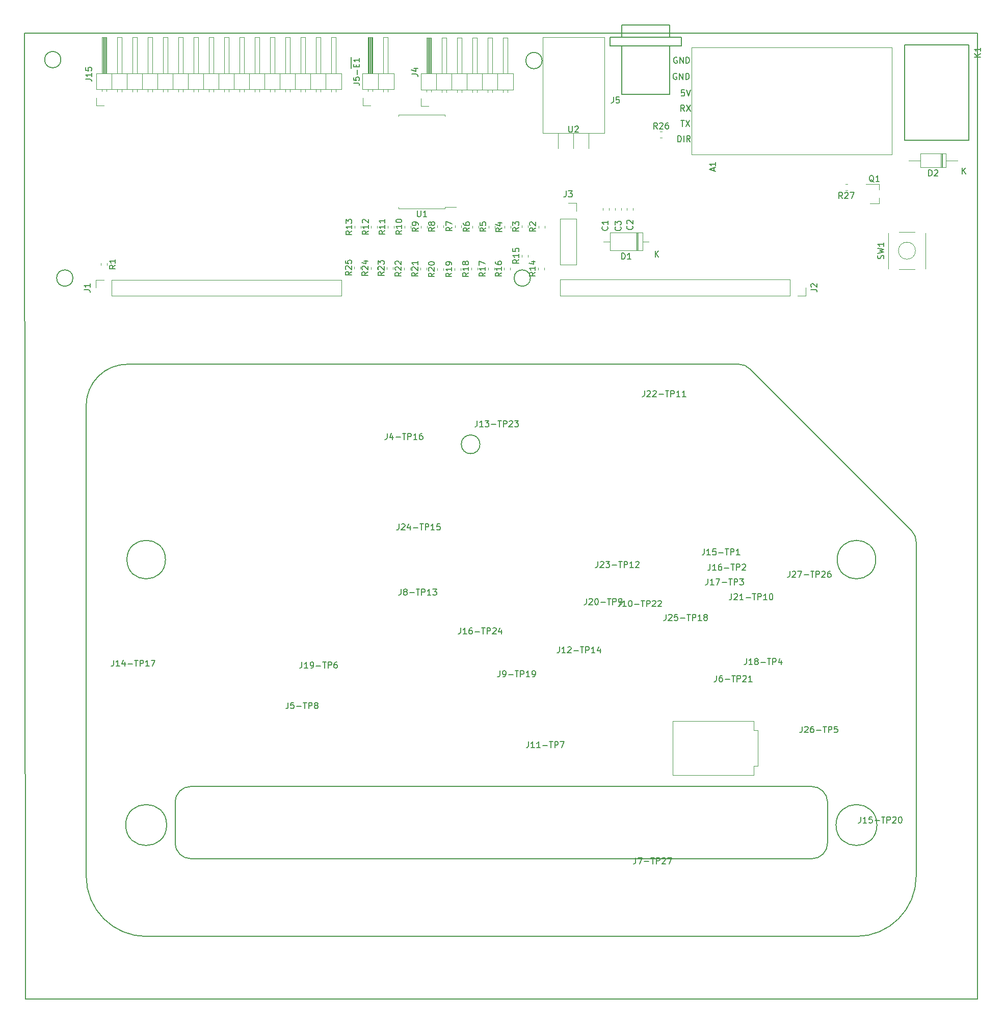
<source format=gto>
G04 #@! TF.GenerationSoftware,KiCad,Pcbnew,(5.1.5)-3*
G04 #@! TF.CreationDate,2020-02-20T12:19:50+01:00*
G04 #@! TF.ProjectId,carecasetester,63617265-6361-4736-9574-65737465722e,rev?*
G04 #@! TF.SameCoordinates,Original*
G04 #@! TF.FileFunction,Legend,Top*
G04 #@! TF.FilePolarity,Positive*
%FSLAX46Y46*%
G04 Gerber Fmt 4.6, Leading zero omitted, Abs format (unit mm)*
G04 Created by KiCad (PCBNEW (5.1.5)-3) date 2020-02-20 12:19:50*
%MOMM*%
%LPD*%
G04 APERTURE LIST*
%ADD10C,0.200000*%
%ADD11C,0.100000*%
%ADD12C,0.120000*%
%ADD13C,0.150000*%
G04 APERTURE END LIST*
D10*
X77000000Y-20080000D02*
X77000000Y-10080000D01*
X235330000Y-10030000D02*
X235330000Y-20030000D01*
X83040924Y-14450000D02*
G75*
G03X83040924Y-14450000I-1352821J0D01*
G01*
X162982821Y-14600000D02*
G75*
G03X162982821Y-14600000I-1352821J0D01*
G01*
X161040924Y-50710000D02*
G75*
G03X161040924Y-50710000I-1352821J0D01*
G01*
X85040924Y-50710000D02*
G75*
G03X85040924Y-50710000I-1352821J0D01*
G01*
X77000000Y-20080000D02*
X77150000Y-170400000D01*
X235330000Y-10030000D02*
X77000000Y-10080000D01*
X235290000Y-170410000D02*
X235330000Y-20030000D01*
X77150000Y-170400000D02*
X235290000Y-170410000D01*
X152660000Y-78311679D02*
G75*
G03X152660000Y-78311679I-1550000J0D01*
G01*
X87240094Y-71860256D02*
G75*
G02X94160000Y-65020000I6850364J-9762D01*
G01*
X104671152Y-147109678D02*
G75*
G02X102010000Y-144490000I-41152J2619677D01*
G01*
X102010000Y-137780000D02*
X102010000Y-144490000D01*
X102010018Y-137781153D02*
G75*
G02X104629695Y-135120000I2619677J41153D01*
G01*
X100610000Y-141520000D02*
G75*
G03X100610000Y-141520000I-3400000J0D01*
G01*
X210410000Y-144460000D02*
X210410000Y-137740000D01*
X210409982Y-144458847D02*
G75*
G02X207790305Y-147120000I-2619677J-41153D01*
G01*
X207748843Y-135120018D02*
G75*
G02X210409996Y-137739695I41153J-2619677D01*
G01*
X218610000Y-141520000D02*
G75*
G03X218610000Y-141520000I-3400000J0D01*
G01*
X104630000Y-135120000D02*
X207750000Y-135120000D01*
D11*
X198160000Y-125820000D02*
X198810000Y-125820000D01*
X198160000Y-124270000D02*
X198160000Y-125820000D01*
X184710000Y-124270000D02*
X198160000Y-124270000D01*
X184710000Y-133220000D02*
X184710000Y-124270000D01*
X198160000Y-133220000D02*
X184710000Y-133220000D01*
X198160000Y-131720000D02*
X198160000Y-133220000D01*
X198810000Y-131720000D02*
X198160000Y-131720000D01*
X198810000Y-125820000D02*
X198810000Y-131720000D01*
D10*
X224399641Y-92710631D02*
G75*
G02X225140000Y-94599045I-1859641J-1818415D01*
G01*
X224400000Y-92710000D02*
X197510000Y-65800000D01*
X195670000Y-65019946D02*
G75*
G02X197511695Y-65795663I-10923J-2600052D01*
G01*
X218410000Y-97450000D02*
G75*
G03X218410000Y-97450000I-3200000J0D01*
G01*
X100410000Y-97450000D02*
G75*
G03X100410000Y-97450000I-3200000J0D01*
G01*
X104670000Y-147110000D02*
X207790000Y-147120000D01*
X87240000Y-150020000D02*
X87240000Y-71860000D01*
X94160000Y-65020000D02*
X195670000Y-65020000D01*
X225130000Y-150020000D02*
X225140000Y-94600000D01*
X97240000Y-160020000D02*
X215130000Y-160020000D01*
X225130000Y-150020000D02*
G75*
G02X215130000Y-160020000I-10000000J0D01*
G01*
X97240000Y-160020000D02*
G75*
G02X87240000Y-150020000I0J10000000D01*
G01*
D12*
X222260000Y-43050000D02*
X224940000Y-43050000D01*
X224940000Y-49290000D02*
X222260000Y-49290000D01*
X220480000Y-49140000D02*
X220480000Y-43200000D01*
X226720000Y-49140000D02*
X226720000Y-43200000D01*
X225014214Y-46170000D02*
G75*
G03X225014214Y-46170000I-1414214J0D01*
G01*
X187814000Y-30180000D02*
X221088000Y-30180000D01*
X187814000Y-12400000D02*
X187814000Y-30180000D01*
X221088000Y-12400000D02*
X187814000Y-12400000D01*
X221088000Y-30180000D02*
X221088000Y-12400000D01*
X170740000Y-26620000D02*
X170740000Y-29160000D01*
X168200000Y-26620000D02*
X168200000Y-29160000D01*
X165660000Y-26620000D02*
X165660000Y-29160000D01*
X173320000Y-10730000D02*
X173320000Y-26620000D01*
X163080000Y-10730000D02*
X163080000Y-26620000D01*
X163080000Y-10730000D02*
X173320000Y-10730000D01*
X163080000Y-26620000D02*
X173320000Y-26620000D01*
X88950000Y-22100000D02*
X88950000Y-20830000D01*
X90220000Y-22100000D02*
X88950000Y-22100000D01*
X128700000Y-19787071D02*
X128700000Y-19390000D01*
X127940000Y-19787071D02*
X127940000Y-19390000D01*
X128700000Y-10730000D02*
X128700000Y-16730000D01*
X127940000Y-10730000D02*
X128700000Y-10730000D01*
X127940000Y-16730000D02*
X127940000Y-10730000D01*
X127050000Y-19390000D02*
X127050000Y-16730000D01*
X126160000Y-19787071D02*
X126160000Y-19390000D01*
X125400000Y-19787071D02*
X125400000Y-19390000D01*
X126160000Y-10730000D02*
X126160000Y-16730000D01*
X125400000Y-10730000D02*
X126160000Y-10730000D01*
X125400000Y-16730000D02*
X125400000Y-10730000D01*
X124510000Y-19390000D02*
X124510000Y-16730000D01*
X123620000Y-19787071D02*
X123620000Y-19390000D01*
X122860000Y-19787071D02*
X122860000Y-19390000D01*
X123620000Y-10730000D02*
X123620000Y-16730000D01*
X122860000Y-10730000D02*
X123620000Y-10730000D01*
X122860000Y-16730000D02*
X122860000Y-10730000D01*
X121970000Y-19390000D02*
X121970000Y-16730000D01*
X121080000Y-19787071D02*
X121080000Y-19390000D01*
X120320000Y-19787071D02*
X120320000Y-19390000D01*
X121080000Y-10730000D02*
X121080000Y-16730000D01*
X120320000Y-10730000D02*
X121080000Y-10730000D01*
X120320000Y-16730000D02*
X120320000Y-10730000D01*
X119430000Y-19390000D02*
X119430000Y-16730000D01*
X118540000Y-19787071D02*
X118540000Y-19390000D01*
X117780000Y-19787071D02*
X117780000Y-19390000D01*
X118540000Y-10730000D02*
X118540000Y-16730000D01*
X117780000Y-10730000D02*
X118540000Y-10730000D01*
X117780000Y-16730000D02*
X117780000Y-10730000D01*
X116890000Y-19390000D02*
X116890000Y-16730000D01*
X116000000Y-19787071D02*
X116000000Y-19390000D01*
X115240000Y-19787071D02*
X115240000Y-19390000D01*
X116000000Y-10730000D02*
X116000000Y-16730000D01*
X115240000Y-10730000D02*
X116000000Y-10730000D01*
X115240000Y-16730000D02*
X115240000Y-10730000D01*
X114350000Y-19390000D02*
X114350000Y-16730000D01*
X113460000Y-19787071D02*
X113460000Y-19390000D01*
X112700000Y-19787071D02*
X112700000Y-19390000D01*
X113460000Y-10730000D02*
X113460000Y-16730000D01*
X112700000Y-10730000D02*
X113460000Y-10730000D01*
X112700000Y-16730000D02*
X112700000Y-10730000D01*
X111810000Y-19390000D02*
X111810000Y-16730000D01*
X110920000Y-19787071D02*
X110920000Y-19390000D01*
X110160000Y-19787071D02*
X110160000Y-19390000D01*
X110920000Y-10730000D02*
X110920000Y-16730000D01*
X110160000Y-10730000D02*
X110920000Y-10730000D01*
X110160000Y-16730000D02*
X110160000Y-10730000D01*
X109270000Y-19390000D02*
X109270000Y-16730000D01*
X108380000Y-19787071D02*
X108380000Y-19390000D01*
X107620000Y-19787071D02*
X107620000Y-19390000D01*
X108380000Y-10730000D02*
X108380000Y-16730000D01*
X107620000Y-10730000D02*
X108380000Y-10730000D01*
X107620000Y-16730000D02*
X107620000Y-10730000D01*
X106730000Y-19390000D02*
X106730000Y-16730000D01*
X105840000Y-19787071D02*
X105840000Y-19390000D01*
X105080000Y-19787071D02*
X105080000Y-19390000D01*
X105840000Y-10730000D02*
X105840000Y-16730000D01*
X105080000Y-10730000D02*
X105840000Y-10730000D01*
X105080000Y-16730000D02*
X105080000Y-10730000D01*
X104190000Y-19390000D02*
X104190000Y-16730000D01*
X103300000Y-19787071D02*
X103300000Y-19390000D01*
X102540000Y-19787071D02*
X102540000Y-19390000D01*
X103300000Y-10730000D02*
X103300000Y-16730000D01*
X102540000Y-10730000D02*
X103300000Y-10730000D01*
X102540000Y-16730000D02*
X102540000Y-10730000D01*
X101650000Y-19390000D02*
X101650000Y-16730000D01*
X100760000Y-19787071D02*
X100760000Y-19390000D01*
X100000000Y-19787071D02*
X100000000Y-19390000D01*
X100760000Y-10730000D02*
X100760000Y-16730000D01*
X100000000Y-10730000D02*
X100760000Y-10730000D01*
X100000000Y-16730000D02*
X100000000Y-10730000D01*
X99110000Y-19390000D02*
X99110000Y-16730000D01*
X98220000Y-19787071D02*
X98220000Y-19390000D01*
X97460000Y-19787071D02*
X97460000Y-19390000D01*
X98220000Y-10730000D02*
X98220000Y-16730000D01*
X97460000Y-10730000D02*
X98220000Y-10730000D01*
X97460000Y-16730000D02*
X97460000Y-10730000D01*
X96570000Y-19390000D02*
X96570000Y-16730000D01*
X95680000Y-19787071D02*
X95680000Y-19390000D01*
X94920000Y-19787071D02*
X94920000Y-19390000D01*
X95680000Y-10730000D02*
X95680000Y-16730000D01*
X94920000Y-10730000D02*
X95680000Y-10730000D01*
X94920000Y-16730000D02*
X94920000Y-10730000D01*
X94030000Y-19390000D02*
X94030000Y-16730000D01*
X93140000Y-19787071D02*
X93140000Y-19390000D01*
X92380000Y-19787071D02*
X92380000Y-19390000D01*
X93140000Y-10730000D02*
X93140000Y-16730000D01*
X92380000Y-10730000D02*
X93140000Y-10730000D01*
X92380000Y-16730000D02*
X92380000Y-10730000D01*
X91490000Y-19390000D02*
X91490000Y-16730000D01*
X90600000Y-19720000D02*
X90600000Y-19390000D01*
X89840000Y-19720000D02*
X89840000Y-19390000D01*
X90500000Y-16730000D02*
X90500000Y-10730000D01*
X90380000Y-16730000D02*
X90380000Y-10730000D01*
X90260000Y-16730000D02*
X90260000Y-10730000D01*
X90140000Y-16730000D02*
X90140000Y-10730000D01*
X90020000Y-16730000D02*
X90020000Y-10730000D01*
X89900000Y-16730000D02*
X89900000Y-10730000D01*
X90600000Y-10730000D02*
X90600000Y-16730000D01*
X89840000Y-10730000D02*
X90600000Y-10730000D01*
X89840000Y-16730000D02*
X89840000Y-10730000D01*
X88890000Y-16730000D02*
X88890000Y-19390000D01*
X129650000Y-16730000D02*
X88890000Y-16730000D01*
X129650000Y-19390000D02*
X129650000Y-16730000D01*
X88890000Y-19390000D02*
X129650000Y-19390000D01*
X146880000Y-38945000D02*
X148695000Y-38945000D01*
X146880000Y-39210000D02*
X146880000Y-38945000D01*
X143020000Y-39210000D02*
X146880000Y-39210000D01*
X139160000Y-39210000D02*
X139160000Y-38945000D01*
X143020000Y-39210000D02*
X139160000Y-39210000D01*
X146880000Y-23590000D02*
X146880000Y-23855000D01*
X143020000Y-23590000D02*
X146880000Y-23590000D01*
X139160000Y-23590000D02*
X139160000Y-23855000D01*
X143020000Y-23590000D02*
X139160000Y-23590000D01*
X229480000Y-32300000D02*
X229480000Y-30060000D01*
X229240000Y-32300000D02*
X229240000Y-30060000D01*
X229360000Y-32300000D02*
X229360000Y-30060000D01*
X223920000Y-31180000D02*
X225840000Y-31180000D01*
X232000000Y-31180000D02*
X230080000Y-31180000D01*
X225840000Y-32300000D02*
X230080000Y-32300000D01*
X225840000Y-30060000D02*
X225840000Y-32300000D01*
X230080000Y-30060000D02*
X225840000Y-30060000D01*
X230080000Y-32300000D02*
X230080000Y-30060000D01*
X213701267Y-35110000D02*
X213358733Y-35110000D01*
X213701267Y-36130000D02*
X213358733Y-36130000D01*
X182588733Y-27420000D02*
X182931267Y-27420000D01*
X182588733Y-26400000D02*
X182931267Y-26400000D01*
X132810000Y-49176267D02*
X132810000Y-48833733D01*
X131790000Y-49176267D02*
X131790000Y-48833733D01*
X135540000Y-49216267D02*
X135540000Y-48873733D01*
X134520000Y-49216267D02*
X134520000Y-48873733D01*
X138210000Y-49241267D02*
X138210000Y-48898733D01*
X137190000Y-49241267D02*
X137190000Y-48898733D01*
X141070000Y-49306267D02*
X141070000Y-48963733D01*
X140050000Y-49306267D02*
X140050000Y-48963733D01*
X143800000Y-49336267D02*
X143800000Y-48993733D01*
X142780000Y-49336267D02*
X142780000Y-48993733D01*
X146590000Y-49426267D02*
X146590000Y-49083733D01*
X145570000Y-49426267D02*
X145570000Y-49083733D01*
X149460000Y-49416267D02*
X149460000Y-49073733D01*
X148440000Y-49416267D02*
X148440000Y-49073733D01*
X152250000Y-49366267D02*
X152250000Y-49023733D01*
X151230000Y-49366267D02*
X151230000Y-49023733D01*
X155030000Y-49351267D02*
X155030000Y-49008733D01*
X154010000Y-49351267D02*
X154010000Y-49008733D01*
X157710000Y-49341267D02*
X157710000Y-48998733D01*
X156690000Y-49341267D02*
X156690000Y-48998733D01*
X160620000Y-47191267D02*
X160620000Y-46848733D01*
X159600000Y-47191267D02*
X159600000Y-46848733D01*
X163350000Y-49306267D02*
X163350000Y-48963733D01*
X162330000Y-49306267D02*
X162330000Y-48963733D01*
X132870000Y-42421267D02*
X132870000Y-42078733D01*
X131850000Y-42421267D02*
X131850000Y-42078733D01*
X135600000Y-42401267D02*
X135600000Y-42058733D01*
X134580000Y-42401267D02*
X134580000Y-42058733D01*
X138370000Y-42381267D02*
X138370000Y-42038733D01*
X137350000Y-42381267D02*
X137350000Y-42038733D01*
X141160000Y-42361267D02*
X141160000Y-42018733D01*
X140140000Y-42361267D02*
X140140000Y-42018733D01*
X143890000Y-42361267D02*
X143890000Y-42018733D01*
X142870000Y-42361267D02*
X142870000Y-42018733D01*
X146620000Y-42331267D02*
X146620000Y-41988733D01*
X145600000Y-42331267D02*
X145600000Y-41988733D01*
X149530000Y-42291267D02*
X149530000Y-41948733D01*
X148510000Y-42291267D02*
X148510000Y-41948733D01*
X152400000Y-42371267D02*
X152400000Y-42028733D01*
X151380000Y-42371267D02*
X151380000Y-42028733D01*
X155130000Y-42371267D02*
X155130000Y-42028733D01*
X154110000Y-42371267D02*
X154110000Y-42028733D01*
X157770000Y-42401267D02*
X157770000Y-42058733D01*
X156750000Y-42401267D02*
X156750000Y-42058733D01*
X160610000Y-42311267D02*
X160610000Y-41968733D01*
X159590000Y-42311267D02*
X159590000Y-41968733D01*
X163400000Y-42361267D02*
X163400000Y-42018733D01*
X162380000Y-42361267D02*
X162380000Y-42018733D01*
X89700000Y-48238733D02*
X89700000Y-48581267D01*
X90720000Y-48238733D02*
X90720000Y-48581267D01*
X218950000Y-38290000D02*
X217490000Y-38290000D01*
X218950000Y-35130000D02*
X216790000Y-35130000D01*
X218950000Y-35130000D02*
X218950000Y-36060000D01*
X218950000Y-38290000D02*
X218950000Y-37360000D01*
D13*
X223210000Y-12010000D02*
X233910000Y-12010000D01*
X223210000Y-27810000D02*
X223210000Y-12010000D01*
X233910000Y-27810000D02*
X223210000Y-27810000D01*
X233910000Y-12010000D02*
X233910000Y-27810000D01*
X182360000Y-20190000D02*
X178060000Y-20190000D01*
X184210000Y-12190000D02*
X176210000Y-12190000D01*
X176210000Y-20190000D02*
X178060000Y-20190000D01*
X184210000Y-20190000D02*
X182360000Y-20190000D01*
X176210000Y-8690000D02*
X176210000Y-10690000D01*
X184210000Y-8690000D02*
X176210000Y-8690000D01*
X184210000Y-10690000D02*
X184210000Y-8690000D01*
X186110000Y-12190000D02*
X186110000Y-10690000D01*
X184210000Y-12190000D02*
X186110000Y-12190000D01*
X184210000Y-20190000D02*
X184210000Y-12190000D01*
X174310000Y-10690000D02*
X186110000Y-10690000D01*
X174310000Y-12190000D02*
X174310000Y-10690000D01*
X176210000Y-12190000D02*
X174310000Y-12190000D01*
X176210000Y-20190000D02*
X176210000Y-12190000D01*
D12*
X178890000Y-46120000D02*
X178890000Y-43180000D01*
X178650000Y-46120000D02*
X178650000Y-43180000D01*
X178770000Y-46120000D02*
X178770000Y-43180000D01*
X173210000Y-44650000D02*
X174230000Y-44650000D01*
X180690000Y-44650000D02*
X179670000Y-44650000D01*
X174230000Y-46120000D02*
X179670000Y-46120000D01*
X174230000Y-43180000D02*
X174230000Y-46120000D01*
X179670000Y-43180000D02*
X174230000Y-43180000D01*
X179670000Y-46120000D02*
X179670000Y-43180000D01*
X175100000Y-39128733D02*
X175100000Y-39471267D01*
X176120000Y-39128733D02*
X176120000Y-39471267D01*
X177050000Y-39128733D02*
X177050000Y-39471267D01*
X178070000Y-39128733D02*
X178070000Y-39471267D01*
X173100000Y-39108733D02*
X173100000Y-39451267D01*
X174120000Y-39108733D02*
X174120000Y-39451267D01*
X133190000Y-22110000D02*
X133190000Y-20840000D01*
X134460000Y-22110000D02*
X133190000Y-22110000D01*
X137380000Y-19797071D02*
X137380000Y-19400000D01*
X136620000Y-19797071D02*
X136620000Y-19400000D01*
X137380000Y-10740000D02*
X137380000Y-16740000D01*
X136620000Y-10740000D02*
X137380000Y-10740000D01*
X136620000Y-16740000D02*
X136620000Y-10740000D01*
X135730000Y-19400000D02*
X135730000Y-16740000D01*
X134840000Y-19730000D02*
X134840000Y-19400000D01*
X134080000Y-19730000D02*
X134080000Y-19400000D01*
X134740000Y-16740000D02*
X134740000Y-10740000D01*
X134620000Y-16740000D02*
X134620000Y-10740000D01*
X134500000Y-16740000D02*
X134500000Y-10740000D01*
X134380000Y-16740000D02*
X134380000Y-10740000D01*
X134260000Y-16740000D02*
X134260000Y-10740000D01*
X134140000Y-16740000D02*
X134140000Y-10740000D01*
X134840000Y-10740000D02*
X134840000Y-16740000D01*
X134080000Y-10740000D02*
X134840000Y-10740000D01*
X134080000Y-16740000D02*
X134080000Y-10740000D01*
X133130000Y-16740000D02*
X133130000Y-19400000D01*
X138330000Y-16740000D02*
X133130000Y-16740000D01*
X138330000Y-19400000D02*
X138330000Y-16740000D01*
X133130000Y-19400000D02*
X138330000Y-19400000D01*
X142880000Y-22150000D02*
X142880000Y-20880000D01*
X144150000Y-22150000D02*
X142880000Y-22150000D01*
X157230000Y-19837071D02*
X157230000Y-19440000D01*
X156470000Y-19837071D02*
X156470000Y-19440000D01*
X157230000Y-10780000D02*
X157230000Y-16780000D01*
X156470000Y-10780000D02*
X157230000Y-10780000D01*
X156470000Y-16780000D02*
X156470000Y-10780000D01*
X155580000Y-19440000D02*
X155580000Y-16780000D01*
X154690000Y-19837071D02*
X154690000Y-19440000D01*
X153930000Y-19837071D02*
X153930000Y-19440000D01*
X154690000Y-10780000D02*
X154690000Y-16780000D01*
X153930000Y-10780000D02*
X154690000Y-10780000D01*
X153930000Y-16780000D02*
X153930000Y-10780000D01*
X153040000Y-19440000D02*
X153040000Y-16780000D01*
X152150000Y-19837071D02*
X152150000Y-19440000D01*
X151390000Y-19837071D02*
X151390000Y-19440000D01*
X152150000Y-10780000D02*
X152150000Y-16780000D01*
X151390000Y-10780000D02*
X152150000Y-10780000D01*
X151390000Y-16780000D02*
X151390000Y-10780000D01*
X150500000Y-19440000D02*
X150500000Y-16780000D01*
X149610000Y-19837071D02*
X149610000Y-19440000D01*
X148850000Y-19837071D02*
X148850000Y-19440000D01*
X149610000Y-10780000D02*
X149610000Y-16780000D01*
X148850000Y-10780000D02*
X149610000Y-10780000D01*
X148850000Y-16780000D02*
X148850000Y-10780000D01*
X147960000Y-19440000D02*
X147960000Y-16780000D01*
X147070000Y-19837071D02*
X147070000Y-19440000D01*
X146310000Y-19837071D02*
X146310000Y-19440000D01*
X147070000Y-10780000D02*
X147070000Y-16780000D01*
X146310000Y-10780000D02*
X147070000Y-10780000D01*
X146310000Y-16780000D02*
X146310000Y-10780000D01*
X145420000Y-19440000D02*
X145420000Y-16780000D01*
X144530000Y-19770000D02*
X144530000Y-19440000D01*
X143770000Y-19770000D02*
X143770000Y-19440000D01*
X144430000Y-16780000D02*
X144430000Y-10780000D01*
X144310000Y-16780000D02*
X144310000Y-10780000D01*
X144190000Y-16780000D02*
X144190000Y-10780000D01*
X144070000Y-16780000D02*
X144070000Y-10780000D01*
X143950000Y-16780000D02*
X143950000Y-10780000D01*
X143830000Y-16780000D02*
X143830000Y-10780000D01*
X144530000Y-10780000D02*
X144530000Y-16780000D01*
X143770000Y-10780000D02*
X144530000Y-10780000D01*
X143770000Y-16780000D02*
X143770000Y-10780000D01*
X142820000Y-16780000D02*
X142820000Y-19440000D01*
X158180000Y-16780000D02*
X142820000Y-16780000D01*
X158180000Y-19440000D02*
X158180000Y-16780000D01*
X142820000Y-19440000D02*
X158180000Y-19440000D01*
X167320000Y-38240000D02*
X168650000Y-38240000D01*
X168650000Y-38240000D02*
X168650000Y-39570000D01*
X168650000Y-40840000D02*
X168650000Y-48520000D01*
X165990000Y-48520000D02*
X168650000Y-48520000D01*
X165990000Y-40840000D02*
X165990000Y-48520000D01*
X165990000Y-40840000D02*
X168650000Y-40840000D01*
X206760000Y-52290000D02*
X206760000Y-53620000D01*
X206760000Y-53620000D02*
X205430000Y-53620000D01*
X204160000Y-53620000D02*
X166000000Y-53620000D01*
X166000000Y-50960000D02*
X166000000Y-53620000D01*
X204160000Y-50960000D02*
X166000000Y-50960000D01*
X204160000Y-50960000D02*
X204160000Y-53620000D01*
X88880000Y-52330000D02*
X88880000Y-51000000D01*
X88880000Y-51000000D02*
X90210000Y-51000000D01*
X91480000Y-51000000D02*
X129640000Y-51000000D01*
X129640000Y-53660000D02*
X129640000Y-51000000D01*
X91480000Y-53660000D02*
X129640000Y-53660000D01*
X91480000Y-53660000D02*
X91480000Y-51000000D01*
D13*
X219704761Y-47503333D02*
X219752380Y-47360476D01*
X219752380Y-47122380D01*
X219704761Y-47027142D01*
X219657142Y-46979523D01*
X219561904Y-46931904D01*
X219466666Y-46931904D01*
X219371428Y-46979523D01*
X219323809Y-47027142D01*
X219276190Y-47122380D01*
X219228571Y-47312857D01*
X219180952Y-47408095D01*
X219133333Y-47455714D01*
X219038095Y-47503333D01*
X218942857Y-47503333D01*
X218847619Y-47455714D01*
X218800000Y-47408095D01*
X218752380Y-47312857D01*
X218752380Y-47074761D01*
X218800000Y-46931904D01*
X218752380Y-46598571D02*
X219752380Y-46360476D01*
X219038095Y-46170000D01*
X219752380Y-45979523D01*
X218752380Y-45741428D01*
X219752380Y-44836666D02*
X219752380Y-45408095D01*
X219752380Y-45122380D02*
X218752380Y-45122380D01*
X218895238Y-45217619D01*
X218990476Y-45312857D01*
X219038095Y-45408095D01*
X191536666Y-32926285D02*
X191536666Y-32450095D01*
X191822380Y-33021523D02*
X190822380Y-32688190D01*
X191822380Y-32354857D01*
X191822380Y-31497714D02*
X191822380Y-32069142D01*
X191822380Y-31783428D02*
X190822380Y-31783428D01*
X190965238Y-31878666D01*
X191060476Y-31973904D01*
X191108095Y-32069142D01*
X185328095Y-16770000D02*
X185232857Y-16722380D01*
X185090000Y-16722380D01*
X184947142Y-16770000D01*
X184851904Y-16865238D01*
X184804285Y-16960476D01*
X184756666Y-17150952D01*
X184756666Y-17293809D01*
X184804285Y-17484285D01*
X184851904Y-17579523D01*
X184947142Y-17674761D01*
X185090000Y-17722380D01*
X185185238Y-17722380D01*
X185328095Y-17674761D01*
X185375714Y-17627142D01*
X185375714Y-17293809D01*
X185185238Y-17293809D01*
X185804285Y-17722380D02*
X185804285Y-16722380D01*
X186375714Y-17722380D01*
X186375714Y-16722380D01*
X186851904Y-17722380D02*
X186851904Y-16722380D01*
X187090000Y-16722380D01*
X187232857Y-16770000D01*
X187328095Y-16865238D01*
X187375714Y-16960476D01*
X187423333Y-17150952D01*
X187423333Y-17293809D01*
X187375714Y-17484285D01*
X187328095Y-17579523D01*
X187232857Y-17674761D01*
X187090000Y-17722380D01*
X186851904Y-17722380D01*
X185544000Y-28092380D02*
X185544000Y-27092380D01*
X185782095Y-27092380D01*
X185924952Y-27140000D01*
X186020190Y-27235238D01*
X186067809Y-27330476D01*
X186115428Y-27520952D01*
X186115428Y-27663809D01*
X186067809Y-27854285D01*
X186020190Y-27949523D01*
X185924952Y-28044761D01*
X185782095Y-28092380D01*
X185544000Y-28092380D01*
X186544000Y-28092380D02*
X186544000Y-27092380D01*
X187591619Y-28092380D02*
X187258285Y-27616190D01*
X187020190Y-28092380D02*
X187020190Y-27092380D01*
X187401142Y-27092380D01*
X187496380Y-27140000D01*
X187544000Y-27187619D01*
X187591619Y-27282857D01*
X187591619Y-27425714D01*
X187544000Y-27520952D01*
X187496380Y-27568571D01*
X187401142Y-27616190D01*
X187020190Y-27616190D01*
X186036095Y-24552380D02*
X186607523Y-24552380D01*
X186321809Y-25552380D02*
X186321809Y-24552380D01*
X186845619Y-24552380D02*
X187512285Y-25552380D01*
X187512285Y-24552380D02*
X186845619Y-25552380D01*
X186631333Y-23012380D02*
X186298000Y-22536190D01*
X186059904Y-23012380D02*
X186059904Y-22012380D01*
X186440857Y-22012380D01*
X186536095Y-22060000D01*
X186583714Y-22107619D01*
X186631333Y-22202857D01*
X186631333Y-22345714D01*
X186583714Y-22440952D01*
X186536095Y-22488571D01*
X186440857Y-22536190D01*
X186059904Y-22536190D01*
X186964666Y-22012380D02*
X187631333Y-23012380D01*
X187631333Y-22012380D02*
X186964666Y-23012380D01*
X185388095Y-14090000D02*
X185292857Y-14042380D01*
X185150000Y-14042380D01*
X185007142Y-14090000D01*
X184911904Y-14185238D01*
X184864285Y-14280476D01*
X184816666Y-14470952D01*
X184816666Y-14613809D01*
X184864285Y-14804285D01*
X184911904Y-14899523D01*
X185007142Y-14994761D01*
X185150000Y-15042380D01*
X185245238Y-15042380D01*
X185388095Y-14994761D01*
X185435714Y-14947142D01*
X185435714Y-14613809D01*
X185245238Y-14613809D01*
X185864285Y-15042380D02*
X185864285Y-14042380D01*
X186435714Y-15042380D01*
X186435714Y-14042380D01*
X186911904Y-15042380D02*
X186911904Y-14042380D01*
X187150000Y-14042380D01*
X187292857Y-14090000D01*
X187388095Y-14185238D01*
X187435714Y-14280476D01*
X187483333Y-14470952D01*
X187483333Y-14613809D01*
X187435714Y-14804285D01*
X187388095Y-14899523D01*
X187292857Y-14994761D01*
X187150000Y-15042380D01*
X186911904Y-15042380D01*
X186607523Y-19472380D02*
X186131333Y-19472380D01*
X186083714Y-19948571D01*
X186131333Y-19900952D01*
X186226571Y-19853333D01*
X186464666Y-19853333D01*
X186559904Y-19900952D01*
X186607523Y-19948571D01*
X186655142Y-20043809D01*
X186655142Y-20281904D01*
X186607523Y-20377142D01*
X186559904Y-20424761D01*
X186464666Y-20472380D01*
X186226571Y-20472380D01*
X186131333Y-20424761D01*
X186083714Y-20377142D01*
X186940857Y-19472380D02*
X187274190Y-20472380D01*
X187607523Y-19472380D01*
X167438095Y-25492380D02*
X167438095Y-26301904D01*
X167485714Y-26397142D01*
X167533333Y-26444761D01*
X167628571Y-26492380D01*
X167819047Y-26492380D01*
X167914285Y-26444761D01*
X167961904Y-26397142D01*
X168009523Y-26301904D01*
X168009523Y-25492380D01*
X168438095Y-25587619D02*
X168485714Y-25540000D01*
X168580952Y-25492380D01*
X168819047Y-25492380D01*
X168914285Y-25540000D01*
X168961904Y-25587619D01*
X169009523Y-25682857D01*
X169009523Y-25778095D01*
X168961904Y-25920952D01*
X168390476Y-26492380D01*
X169009523Y-26492380D01*
X87152380Y-17669523D02*
X87866666Y-17669523D01*
X88009523Y-17717142D01*
X88104761Y-17812380D01*
X88152380Y-17955238D01*
X88152380Y-18050476D01*
X88152380Y-16669523D02*
X88152380Y-17240952D01*
X88152380Y-16955238D02*
X87152380Y-16955238D01*
X87295238Y-17050476D01*
X87390476Y-17145714D01*
X87438095Y-17240952D01*
X87152380Y-15764761D02*
X87152380Y-16240952D01*
X87628571Y-16288571D01*
X87580952Y-16240952D01*
X87533333Y-16145714D01*
X87533333Y-15907619D01*
X87580952Y-15812380D01*
X87628571Y-15764761D01*
X87723809Y-15717142D01*
X87961904Y-15717142D01*
X88057142Y-15764761D01*
X88104761Y-15812380D01*
X88152380Y-15907619D01*
X88152380Y-16145714D01*
X88104761Y-16240952D01*
X88057142Y-16288571D01*
X142258095Y-39502380D02*
X142258095Y-40311904D01*
X142305714Y-40407142D01*
X142353333Y-40454761D01*
X142448571Y-40502380D01*
X142639047Y-40502380D01*
X142734285Y-40454761D01*
X142781904Y-40407142D01*
X142829523Y-40311904D01*
X142829523Y-39502380D01*
X143829523Y-40502380D02*
X143258095Y-40502380D01*
X143543809Y-40502380D02*
X143543809Y-39502380D01*
X143448571Y-39645238D01*
X143353333Y-39740476D01*
X143258095Y-39788095D01*
X227221904Y-33752380D02*
X227221904Y-32752380D01*
X227460000Y-32752380D01*
X227602857Y-32800000D01*
X227698095Y-32895238D01*
X227745714Y-32990476D01*
X227793333Y-33180952D01*
X227793333Y-33323809D01*
X227745714Y-33514285D01*
X227698095Y-33609523D01*
X227602857Y-33704761D01*
X227460000Y-33752380D01*
X227221904Y-33752380D01*
X228174285Y-32847619D02*
X228221904Y-32800000D01*
X228317142Y-32752380D01*
X228555238Y-32752380D01*
X228650476Y-32800000D01*
X228698095Y-32847619D01*
X228745714Y-32942857D01*
X228745714Y-33038095D01*
X228698095Y-33180952D01*
X228126666Y-33752380D01*
X228745714Y-33752380D01*
X232778095Y-33432380D02*
X232778095Y-32432380D01*
X233349523Y-33432380D02*
X232920952Y-32860952D01*
X233349523Y-32432380D02*
X232778095Y-33003809D01*
X212887142Y-37502380D02*
X212553809Y-37026190D01*
X212315714Y-37502380D02*
X212315714Y-36502380D01*
X212696666Y-36502380D01*
X212791904Y-36550000D01*
X212839523Y-36597619D01*
X212887142Y-36692857D01*
X212887142Y-36835714D01*
X212839523Y-36930952D01*
X212791904Y-36978571D01*
X212696666Y-37026190D01*
X212315714Y-37026190D01*
X213268095Y-36597619D02*
X213315714Y-36550000D01*
X213410952Y-36502380D01*
X213649047Y-36502380D01*
X213744285Y-36550000D01*
X213791904Y-36597619D01*
X213839523Y-36692857D01*
X213839523Y-36788095D01*
X213791904Y-36930952D01*
X213220476Y-37502380D01*
X213839523Y-37502380D01*
X214172857Y-36502380D02*
X214839523Y-36502380D01*
X214410952Y-37502380D01*
X182117142Y-25932380D02*
X181783809Y-25456190D01*
X181545714Y-25932380D02*
X181545714Y-24932380D01*
X181926666Y-24932380D01*
X182021904Y-24980000D01*
X182069523Y-25027619D01*
X182117142Y-25122857D01*
X182117142Y-25265714D01*
X182069523Y-25360952D01*
X182021904Y-25408571D01*
X181926666Y-25456190D01*
X181545714Y-25456190D01*
X182498095Y-25027619D02*
X182545714Y-24980000D01*
X182640952Y-24932380D01*
X182879047Y-24932380D01*
X182974285Y-24980000D01*
X183021904Y-25027619D01*
X183069523Y-25122857D01*
X183069523Y-25218095D01*
X183021904Y-25360952D01*
X182450476Y-25932380D01*
X183069523Y-25932380D01*
X183926666Y-24932380D02*
X183736190Y-24932380D01*
X183640952Y-24980000D01*
X183593333Y-25027619D01*
X183498095Y-25170476D01*
X183450476Y-25360952D01*
X183450476Y-25741904D01*
X183498095Y-25837142D01*
X183545714Y-25884761D01*
X183640952Y-25932380D01*
X183831428Y-25932380D01*
X183926666Y-25884761D01*
X183974285Y-25837142D01*
X184021904Y-25741904D01*
X184021904Y-25503809D01*
X183974285Y-25408571D01*
X183926666Y-25360952D01*
X183831428Y-25313333D01*
X183640952Y-25313333D01*
X183545714Y-25360952D01*
X183498095Y-25408571D01*
X183450476Y-25503809D01*
X131322380Y-49647857D02*
X130846190Y-49981190D01*
X131322380Y-50219285D02*
X130322380Y-50219285D01*
X130322380Y-49838333D01*
X130370000Y-49743095D01*
X130417619Y-49695476D01*
X130512857Y-49647857D01*
X130655714Y-49647857D01*
X130750952Y-49695476D01*
X130798571Y-49743095D01*
X130846190Y-49838333D01*
X130846190Y-50219285D01*
X130417619Y-49266904D02*
X130370000Y-49219285D01*
X130322380Y-49124047D01*
X130322380Y-48885952D01*
X130370000Y-48790714D01*
X130417619Y-48743095D01*
X130512857Y-48695476D01*
X130608095Y-48695476D01*
X130750952Y-48743095D01*
X131322380Y-49314523D01*
X131322380Y-48695476D01*
X130322380Y-47790714D02*
X130322380Y-48266904D01*
X130798571Y-48314523D01*
X130750952Y-48266904D01*
X130703333Y-48171666D01*
X130703333Y-47933571D01*
X130750952Y-47838333D01*
X130798571Y-47790714D01*
X130893809Y-47743095D01*
X131131904Y-47743095D01*
X131227142Y-47790714D01*
X131274761Y-47838333D01*
X131322380Y-47933571D01*
X131322380Y-48171666D01*
X131274761Y-48266904D01*
X131227142Y-48314523D01*
X134052380Y-49687857D02*
X133576190Y-50021190D01*
X134052380Y-50259285D02*
X133052380Y-50259285D01*
X133052380Y-49878333D01*
X133100000Y-49783095D01*
X133147619Y-49735476D01*
X133242857Y-49687857D01*
X133385714Y-49687857D01*
X133480952Y-49735476D01*
X133528571Y-49783095D01*
X133576190Y-49878333D01*
X133576190Y-50259285D01*
X133147619Y-49306904D02*
X133100000Y-49259285D01*
X133052380Y-49164047D01*
X133052380Y-48925952D01*
X133100000Y-48830714D01*
X133147619Y-48783095D01*
X133242857Y-48735476D01*
X133338095Y-48735476D01*
X133480952Y-48783095D01*
X134052380Y-49354523D01*
X134052380Y-48735476D01*
X133385714Y-47878333D02*
X134052380Y-47878333D01*
X133004761Y-48116428D02*
X133719047Y-48354523D01*
X133719047Y-47735476D01*
X136722380Y-49712857D02*
X136246190Y-50046190D01*
X136722380Y-50284285D02*
X135722380Y-50284285D01*
X135722380Y-49903333D01*
X135770000Y-49808095D01*
X135817619Y-49760476D01*
X135912857Y-49712857D01*
X136055714Y-49712857D01*
X136150952Y-49760476D01*
X136198571Y-49808095D01*
X136246190Y-49903333D01*
X136246190Y-50284285D01*
X135817619Y-49331904D02*
X135770000Y-49284285D01*
X135722380Y-49189047D01*
X135722380Y-48950952D01*
X135770000Y-48855714D01*
X135817619Y-48808095D01*
X135912857Y-48760476D01*
X136008095Y-48760476D01*
X136150952Y-48808095D01*
X136722380Y-49379523D01*
X136722380Y-48760476D01*
X135722380Y-48427142D02*
X135722380Y-47808095D01*
X136103333Y-48141428D01*
X136103333Y-47998571D01*
X136150952Y-47903333D01*
X136198571Y-47855714D01*
X136293809Y-47808095D01*
X136531904Y-47808095D01*
X136627142Y-47855714D01*
X136674761Y-47903333D01*
X136722380Y-47998571D01*
X136722380Y-48284285D01*
X136674761Y-48379523D01*
X136627142Y-48427142D01*
X139582380Y-49777857D02*
X139106190Y-50111190D01*
X139582380Y-50349285D02*
X138582380Y-50349285D01*
X138582380Y-49968333D01*
X138630000Y-49873095D01*
X138677619Y-49825476D01*
X138772857Y-49777857D01*
X138915714Y-49777857D01*
X139010952Y-49825476D01*
X139058571Y-49873095D01*
X139106190Y-49968333D01*
X139106190Y-50349285D01*
X138677619Y-49396904D02*
X138630000Y-49349285D01*
X138582380Y-49254047D01*
X138582380Y-49015952D01*
X138630000Y-48920714D01*
X138677619Y-48873095D01*
X138772857Y-48825476D01*
X138868095Y-48825476D01*
X139010952Y-48873095D01*
X139582380Y-49444523D01*
X139582380Y-48825476D01*
X138677619Y-48444523D02*
X138630000Y-48396904D01*
X138582380Y-48301666D01*
X138582380Y-48063571D01*
X138630000Y-47968333D01*
X138677619Y-47920714D01*
X138772857Y-47873095D01*
X138868095Y-47873095D01*
X139010952Y-47920714D01*
X139582380Y-48492142D01*
X139582380Y-47873095D01*
X142312380Y-49807857D02*
X141836190Y-50141190D01*
X142312380Y-50379285D02*
X141312380Y-50379285D01*
X141312380Y-49998333D01*
X141360000Y-49903095D01*
X141407619Y-49855476D01*
X141502857Y-49807857D01*
X141645714Y-49807857D01*
X141740952Y-49855476D01*
X141788571Y-49903095D01*
X141836190Y-49998333D01*
X141836190Y-50379285D01*
X141407619Y-49426904D02*
X141360000Y-49379285D01*
X141312380Y-49284047D01*
X141312380Y-49045952D01*
X141360000Y-48950714D01*
X141407619Y-48903095D01*
X141502857Y-48855476D01*
X141598095Y-48855476D01*
X141740952Y-48903095D01*
X142312380Y-49474523D01*
X142312380Y-48855476D01*
X142312380Y-47903095D02*
X142312380Y-48474523D01*
X142312380Y-48188809D02*
X141312380Y-48188809D01*
X141455238Y-48284047D01*
X141550476Y-48379285D01*
X141598095Y-48474523D01*
X145102380Y-49897857D02*
X144626190Y-50231190D01*
X145102380Y-50469285D02*
X144102380Y-50469285D01*
X144102380Y-50088333D01*
X144150000Y-49993095D01*
X144197619Y-49945476D01*
X144292857Y-49897857D01*
X144435714Y-49897857D01*
X144530952Y-49945476D01*
X144578571Y-49993095D01*
X144626190Y-50088333D01*
X144626190Y-50469285D01*
X144197619Y-49516904D02*
X144150000Y-49469285D01*
X144102380Y-49374047D01*
X144102380Y-49135952D01*
X144150000Y-49040714D01*
X144197619Y-48993095D01*
X144292857Y-48945476D01*
X144388095Y-48945476D01*
X144530952Y-48993095D01*
X145102380Y-49564523D01*
X145102380Y-48945476D01*
X144102380Y-48326428D02*
X144102380Y-48231190D01*
X144150000Y-48135952D01*
X144197619Y-48088333D01*
X144292857Y-48040714D01*
X144483333Y-47993095D01*
X144721428Y-47993095D01*
X144911904Y-48040714D01*
X145007142Y-48088333D01*
X145054761Y-48135952D01*
X145102380Y-48231190D01*
X145102380Y-48326428D01*
X145054761Y-48421666D01*
X145007142Y-48469285D01*
X144911904Y-48516904D01*
X144721428Y-48564523D01*
X144483333Y-48564523D01*
X144292857Y-48516904D01*
X144197619Y-48469285D01*
X144150000Y-48421666D01*
X144102380Y-48326428D01*
X147972380Y-49887857D02*
X147496190Y-50221190D01*
X147972380Y-50459285D02*
X146972380Y-50459285D01*
X146972380Y-50078333D01*
X147020000Y-49983095D01*
X147067619Y-49935476D01*
X147162857Y-49887857D01*
X147305714Y-49887857D01*
X147400952Y-49935476D01*
X147448571Y-49983095D01*
X147496190Y-50078333D01*
X147496190Y-50459285D01*
X147972380Y-48935476D02*
X147972380Y-49506904D01*
X147972380Y-49221190D02*
X146972380Y-49221190D01*
X147115238Y-49316428D01*
X147210476Y-49411666D01*
X147258095Y-49506904D01*
X147972380Y-48459285D02*
X147972380Y-48268809D01*
X147924761Y-48173571D01*
X147877142Y-48125952D01*
X147734285Y-48030714D01*
X147543809Y-47983095D01*
X147162857Y-47983095D01*
X147067619Y-48030714D01*
X147020000Y-48078333D01*
X146972380Y-48173571D01*
X146972380Y-48364047D01*
X147020000Y-48459285D01*
X147067619Y-48506904D01*
X147162857Y-48554523D01*
X147400952Y-48554523D01*
X147496190Y-48506904D01*
X147543809Y-48459285D01*
X147591428Y-48364047D01*
X147591428Y-48173571D01*
X147543809Y-48078333D01*
X147496190Y-48030714D01*
X147400952Y-47983095D01*
X150762380Y-49837857D02*
X150286190Y-50171190D01*
X150762380Y-50409285D02*
X149762380Y-50409285D01*
X149762380Y-50028333D01*
X149810000Y-49933095D01*
X149857619Y-49885476D01*
X149952857Y-49837857D01*
X150095714Y-49837857D01*
X150190952Y-49885476D01*
X150238571Y-49933095D01*
X150286190Y-50028333D01*
X150286190Y-50409285D01*
X150762380Y-48885476D02*
X150762380Y-49456904D01*
X150762380Y-49171190D02*
X149762380Y-49171190D01*
X149905238Y-49266428D01*
X150000476Y-49361666D01*
X150048095Y-49456904D01*
X150190952Y-48314047D02*
X150143333Y-48409285D01*
X150095714Y-48456904D01*
X150000476Y-48504523D01*
X149952857Y-48504523D01*
X149857619Y-48456904D01*
X149810000Y-48409285D01*
X149762380Y-48314047D01*
X149762380Y-48123571D01*
X149810000Y-48028333D01*
X149857619Y-47980714D01*
X149952857Y-47933095D01*
X150000476Y-47933095D01*
X150095714Y-47980714D01*
X150143333Y-48028333D01*
X150190952Y-48123571D01*
X150190952Y-48314047D01*
X150238571Y-48409285D01*
X150286190Y-48456904D01*
X150381428Y-48504523D01*
X150571904Y-48504523D01*
X150667142Y-48456904D01*
X150714761Y-48409285D01*
X150762380Y-48314047D01*
X150762380Y-48123571D01*
X150714761Y-48028333D01*
X150667142Y-47980714D01*
X150571904Y-47933095D01*
X150381428Y-47933095D01*
X150286190Y-47980714D01*
X150238571Y-48028333D01*
X150190952Y-48123571D01*
X153542380Y-49822857D02*
X153066190Y-50156190D01*
X153542380Y-50394285D02*
X152542380Y-50394285D01*
X152542380Y-50013333D01*
X152590000Y-49918095D01*
X152637619Y-49870476D01*
X152732857Y-49822857D01*
X152875714Y-49822857D01*
X152970952Y-49870476D01*
X153018571Y-49918095D01*
X153066190Y-50013333D01*
X153066190Y-50394285D01*
X153542380Y-48870476D02*
X153542380Y-49441904D01*
X153542380Y-49156190D02*
X152542380Y-49156190D01*
X152685238Y-49251428D01*
X152780476Y-49346666D01*
X152828095Y-49441904D01*
X152542380Y-48537142D02*
X152542380Y-47870476D01*
X153542380Y-48299047D01*
X156222380Y-49812857D02*
X155746190Y-50146190D01*
X156222380Y-50384285D02*
X155222380Y-50384285D01*
X155222380Y-50003333D01*
X155270000Y-49908095D01*
X155317619Y-49860476D01*
X155412857Y-49812857D01*
X155555714Y-49812857D01*
X155650952Y-49860476D01*
X155698571Y-49908095D01*
X155746190Y-50003333D01*
X155746190Y-50384285D01*
X156222380Y-48860476D02*
X156222380Y-49431904D01*
X156222380Y-49146190D02*
X155222380Y-49146190D01*
X155365238Y-49241428D01*
X155460476Y-49336666D01*
X155508095Y-49431904D01*
X155222380Y-48003333D02*
X155222380Y-48193809D01*
X155270000Y-48289047D01*
X155317619Y-48336666D01*
X155460476Y-48431904D01*
X155650952Y-48479523D01*
X156031904Y-48479523D01*
X156127142Y-48431904D01*
X156174761Y-48384285D01*
X156222380Y-48289047D01*
X156222380Y-48098571D01*
X156174761Y-48003333D01*
X156127142Y-47955714D01*
X156031904Y-47908095D01*
X155793809Y-47908095D01*
X155698571Y-47955714D01*
X155650952Y-48003333D01*
X155603333Y-48098571D01*
X155603333Y-48289047D01*
X155650952Y-48384285D01*
X155698571Y-48431904D01*
X155793809Y-48479523D01*
X159132380Y-47662857D02*
X158656190Y-47996190D01*
X159132380Y-48234285D02*
X158132380Y-48234285D01*
X158132380Y-47853333D01*
X158180000Y-47758095D01*
X158227619Y-47710476D01*
X158322857Y-47662857D01*
X158465714Y-47662857D01*
X158560952Y-47710476D01*
X158608571Y-47758095D01*
X158656190Y-47853333D01*
X158656190Y-48234285D01*
X159132380Y-46710476D02*
X159132380Y-47281904D01*
X159132380Y-46996190D02*
X158132380Y-46996190D01*
X158275238Y-47091428D01*
X158370476Y-47186666D01*
X158418095Y-47281904D01*
X158132380Y-45805714D02*
X158132380Y-46281904D01*
X158608571Y-46329523D01*
X158560952Y-46281904D01*
X158513333Y-46186666D01*
X158513333Y-45948571D01*
X158560952Y-45853333D01*
X158608571Y-45805714D01*
X158703809Y-45758095D01*
X158941904Y-45758095D01*
X159037142Y-45805714D01*
X159084761Y-45853333D01*
X159132380Y-45948571D01*
X159132380Y-46186666D01*
X159084761Y-46281904D01*
X159037142Y-46329523D01*
X161862380Y-49777857D02*
X161386190Y-50111190D01*
X161862380Y-50349285D02*
X160862380Y-50349285D01*
X160862380Y-49968333D01*
X160910000Y-49873095D01*
X160957619Y-49825476D01*
X161052857Y-49777857D01*
X161195714Y-49777857D01*
X161290952Y-49825476D01*
X161338571Y-49873095D01*
X161386190Y-49968333D01*
X161386190Y-50349285D01*
X161862380Y-48825476D02*
X161862380Y-49396904D01*
X161862380Y-49111190D02*
X160862380Y-49111190D01*
X161005238Y-49206428D01*
X161100476Y-49301666D01*
X161148095Y-49396904D01*
X161195714Y-47968333D02*
X161862380Y-47968333D01*
X160814761Y-48206428D02*
X161529047Y-48444523D01*
X161529047Y-47825476D01*
X131382380Y-42892857D02*
X130906190Y-43226190D01*
X131382380Y-43464285D02*
X130382380Y-43464285D01*
X130382380Y-43083333D01*
X130430000Y-42988095D01*
X130477619Y-42940476D01*
X130572857Y-42892857D01*
X130715714Y-42892857D01*
X130810952Y-42940476D01*
X130858571Y-42988095D01*
X130906190Y-43083333D01*
X130906190Y-43464285D01*
X131382380Y-41940476D02*
X131382380Y-42511904D01*
X131382380Y-42226190D02*
X130382380Y-42226190D01*
X130525238Y-42321428D01*
X130620476Y-42416666D01*
X130668095Y-42511904D01*
X130382380Y-41607142D02*
X130382380Y-40988095D01*
X130763333Y-41321428D01*
X130763333Y-41178571D01*
X130810952Y-41083333D01*
X130858571Y-41035714D01*
X130953809Y-40988095D01*
X131191904Y-40988095D01*
X131287142Y-41035714D01*
X131334761Y-41083333D01*
X131382380Y-41178571D01*
X131382380Y-41464285D01*
X131334761Y-41559523D01*
X131287142Y-41607142D01*
X134112380Y-42872857D02*
X133636190Y-43206190D01*
X134112380Y-43444285D02*
X133112380Y-43444285D01*
X133112380Y-43063333D01*
X133160000Y-42968095D01*
X133207619Y-42920476D01*
X133302857Y-42872857D01*
X133445714Y-42872857D01*
X133540952Y-42920476D01*
X133588571Y-42968095D01*
X133636190Y-43063333D01*
X133636190Y-43444285D01*
X134112380Y-41920476D02*
X134112380Y-42491904D01*
X134112380Y-42206190D02*
X133112380Y-42206190D01*
X133255238Y-42301428D01*
X133350476Y-42396666D01*
X133398095Y-42491904D01*
X133207619Y-41539523D02*
X133160000Y-41491904D01*
X133112380Y-41396666D01*
X133112380Y-41158571D01*
X133160000Y-41063333D01*
X133207619Y-41015714D01*
X133302857Y-40968095D01*
X133398095Y-40968095D01*
X133540952Y-41015714D01*
X134112380Y-41587142D01*
X134112380Y-40968095D01*
X136882380Y-42852857D02*
X136406190Y-43186190D01*
X136882380Y-43424285D02*
X135882380Y-43424285D01*
X135882380Y-43043333D01*
X135930000Y-42948095D01*
X135977619Y-42900476D01*
X136072857Y-42852857D01*
X136215714Y-42852857D01*
X136310952Y-42900476D01*
X136358571Y-42948095D01*
X136406190Y-43043333D01*
X136406190Y-43424285D01*
X136882380Y-41900476D02*
X136882380Y-42471904D01*
X136882380Y-42186190D02*
X135882380Y-42186190D01*
X136025238Y-42281428D01*
X136120476Y-42376666D01*
X136168095Y-42471904D01*
X136882380Y-40948095D02*
X136882380Y-41519523D01*
X136882380Y-41233809D02*
X135882380Y-41233809D01*
X136025238Y-41329047D01*
X136120476Y-41424285D01*
X136168095Y-41519523D01*
X139672380Y-42832857D02*
X139196190Y-43166190D01*
X139672380Y-43404285D02*
X138672380Y-43404285D01*
X138672380Y-43023333D01*
X138720000Y-42928095D01*
X138767619Y-42880476D01*
X138862857Y-42832857D01*
X139005714Y-42832857D01*
X139100952Y-42880476D01*
X139148571Y-42928095D01*
X139196190Y-43023333D01*
X139196190Y-43404285D01*
X139672380Y-41880476D02*
X139672380Y-42451904D01*
X139672380Y-42166190D02*
X138672380Y-42166190D01*
X138815238Y-42261428D01*
X138910476Y-42356666D01*
X138958095Y-42451904D01*
X138672380Y-41261428D02*
X138672380Y-41166190D01*
X138720000Y-41070952D01*
X138767619Y-41023333D01*
X138862857Y-40975714D01*
X139053333Y-40928095D01*
X139291428Y-40928095D01*
X139481904Y-40975714D01*
X139577142Y-41023333D01*
X139624761Y-41070952D01*
X139672380Y-41166190D01*
X139672380Y-41261428D01*
X139624761Y-41356666D01*
X139577142Y-41404285D01*
X139481904Y-41451904D01*
X139291428Y-41499523D01*
X139053333Y-41499523D01*
X138862857Y-41451904D01*
X138767619Y-41404285D01*
X138720000Y-41356666D01*
X138672380Y-41261428D01*
X142402380Y-42356666D02*
X141926190Y-42690000D01*
X142402380Y-42928095D02*
X141402380Y-42928095D01*
X141402380Y-42547142D01*
X141450000Y-42451904D01*
X141497619Y-42404285D01*
X141592857Y-42356666D01*
X141735714Y-42356666D01*
X141830952Y-42404285D01*
X141878571Y-42451904D01*
X141926190Y-42547142D01*
X141926190Y-42928095D01*
X142402380Y-41880476D02*
X142402380Y-41690000D01*
X142354761Y-41594761D01*
X142307142Y-41547142D01*
X142164285Y-41451904D01*
X141973809Y-41404285D01*
X141592857Y-41404285D01*
X141497619Y-41451904D01*
X141450000Y-41499523D01*
X141402380Y-41594761D01*
X141402380Y-41785238D01*
X141450000Y-41880476D01*
X141497619Y-41928095D01*
X141592857Y-41975714D01*
X141830952Y-41975714D01*
X141926190Y-41928095D01*
X141973809Y-41880476D01*
X142021428Y-41785238D01*
X142021428Y-41594761D01*
X141973809Y-41499523D01*
X141926190Y-41451904D01*
X141830952Y-41404285D01*
X145132380Y-42326666D02*
X144656190Y-42660000D01*
X145132380Y-42898095D02*
X144132380Y-42898095D01*
X144132380Y-42517142D01*
X144180000Y-42421904D01*
X144227619Y-42374285D01*
X144322857Y-42326666D01*
X144465714Y-42326666D01*
X144560952Y-42374285D01*
X144608571Y-42421904D01*
X144656190Y-42517142D01*
X144656190Y-42898095D01*
X144560952Y-41755238D02*
X144513333Y-41850476D01*
X144465714Y-41898095D01*
X144370476Y-41945714D01*
X144322857Y-41945714D01*
X144227619Y-41898095D01*
X144180000Y-41850476D01*
X144132380Y-41755238D01*
X144132380Y-41564761D01*
X144180000Y-41469523D01*
X144227619Y-41421904D01*
X144322857Y-41374285D01*
X144370476Y-41374285D01*
X144465714Y-41421904D01*
X144513333Y-41469523D01*
X144560952Y-41564761D01*
X144560952Y-41755238D01*
X144608571Y-41850476D01*
X144656190Y-41898095D01*
X144751428Y-41945714D01*
X144941904Y-41945714D01*
X145037142Y-41898095D01*
X145084761Y-41850476D01*
X145132380Y-41755238D01*
X145132380Y-41564761D01*
X145084761Y-41469523D01*
X145037142Y-41421904D01*
X144941904Y-41374285D01*
X144751428Y-41374285D01*
X144656190Y-41421904D01*
X144608571Y-41469523D01*
X144560952Y-41564761D01*
X148042380Y-42286666D02*
X147566190Y-42620000D01*
X148042380Y-42858095D02*
X147042380Y-42858095D01*
X147042380Y-42477142D01*
X147090000Y-42381904D01*
X147137619Y-42334285D01*
X147232857Y-42286666D01*
X147375714Y-42286666D01*
X147470952Y-42334285D01*
X147518571Y-42381904D01*
X147566190Y-42477142D01*
X147566190Y-42858095D01*
X147042380Y-41953333D02*
X147042380Y-41286666D01*
X148042380Y-41715238D01*
X150912380Y-42366666D02*
X150436190Y-42700000D01*
X150912380Y-42938095D02*
X149912380Y-42938095D01*
X149912380Y-42557142D01*
X149960000Y-42461904D01*
X150007619Y-42414285D01*
X150102857Y-42366666D01*
X150245714Y-42366666D01*
X150340952Y-42414285D01*
X150388571Y-42461904D01*
X150436190Y-42557142D01*
X150436190Y-42938095D01*
X149912380Y-41509523D02*
X149912380Y-41700000D01*
X149960000Y-41795238D01*
X150007619Y-41842857D01*
X150150476Y-41938095D01*
X150340952Y-41985714D01*
X150721904Y-41985714D01*
X150817142Y-41938095D01*
X150864761Y-41890476D01*
X150912380Y-41795238D01*
X150912380Y-41604761D01*
X150864761Y-41509523D01*
X150817142Y-41461904D01*
X150721904Y-41414285D01*
X150483809Y-41414285D01*
X150388571Y-41461904D01*
X150340952Y-41509523D01*
X150293333Y-41604761D01*
X150293333Y-41795238D01*
X150340952Y-41890476D01*
X150388571Y-41938095D01*
X150483809Y-41985714D01*
X153642380Y-42366666D02*
X153166190Y-42700000D01*
X153642380Y-42938095D02*
X152642380Y-42938095D01*
X152642380Y-42557142D01*
X152690000Y-42461904D01*
X152737619Y-42414285D01*
X152832857Y-42366666D01*
X152975714Y-42366666D01*
X153070952Y-42414285D01*
X153118571Y-42461904D01*
X153166190Y-42557142D01*
X153166190Y-42938095D01*
X152642380Y-41461904D02*
X152642380Y-41938095D01*
X153118571Y-41985714D01*
X153070952Y-41938095D01*
X153023333Y-41842857D01*
X153023333Y-41604761D01*
X153070952Y-41509523D01*
X153118571Y-41461904D01*
X153213809Y-41414285D01*
X153451904Y-41414285D01*
X153547142Y-41461904D01*
X153594761Y-41509523D01*
X153642380Y-41604761D01*
X153642380Y-41842857D01*
X153594761Y-41938095D01*
X153547142Y-41985714D01*
X156282380Y-42396666D02*
X155806190Y-42730000D01*
X156282380Y-42968095D02*
X155282380Y-42968095D01*
X155282380Y-42587142D01*
X155330000Y-42491904D01*
X155377619Y-42444285D01*
X155472857Y-42396666D01*
X155615714Y-42396666D01*
X155710952Y-42444285D01*
X155758571Y-42491904D01*
X155806190Y-42587142D01*
X155806190Y-42968095D01*
X155615714Y-41539523D02*
X156282380Y-41539523D01*
X155234761Y-41777619D02*
X155949047Y-42015714D01*
X155949047Y-41396666D01*
X159122380Y-42306666D02*
X158646190Y-42640000D01*
X159122380Y-42878095D02*
X158122380Y-42878095D01*
X158122380Y-42497142D01*
X158170000Y-42401904D01*
X158217619Y-42354285D01*
X158312857Y-42306666D01*
X158455714Y-42306666D01*
X158550952Y-42354285D01*
X158598571Y-42401904D01*
X158646190Y-42497142D01*
X158646190Y-42878095D01*
X158122380Y-41973333D02*
X158122380Y-41354285D01*
X158503333Y-41687619D01*
X158503333Y-41544761D01*
X158550952Y-41449523D01*
X158598571Y-41401904D01*
X158693809Y-41354285D01*
X158931904Y-41354285D01*
X159027142Y-41401904D01*
X159074761Y-41449523D01*
X159122380Y-41544761D01*
X159122380Y-41830476D01*
X159074761Y-41925714D01*
X159027142Y-41973333D01*
X161912380Y-42356666D02*
X161436190Y-42690000D01*
X161912380Y-42928095D02*
X160912380Y-42928095D01*
X160912380Y-42547142D01*
X160960000Y-42451904D01*
X161007619Y-42404285D01*
X161102857Y-42356666D01*
X161245714Y-42356666D01*
X161340952Y-42404285D01*
X161388571Y-42451904D01*
X161436190Y-42547142D01*
X161436190Y-42928095D01*
X161007619Y-41975714D02*
X160960000Y-41928095D01*
X160912380Y-41832857D01*
X160912380Y-41594761D01*
X160960000Y-41499523D01*
X161007619Y-41451904D01*
X161102857Y-41404285D01*
X161198095Y-41404285D01*
X161340952Y-41451904D01*
X161912380Y-42023333D01*
X161912380Y-41404285D01*
X92092380Y-48576666D02*
X91616190Y-48910000D01*
X92092380Y-49148095D02*
X91092380Y-49148095D01*
X91092380Y-48767142D01*
X91140000Y-48671904D01*
X91187619Y-48624285D01*
X91282857Y-48576666D01*
X91425714Y-48576666D01*
X91520952Y-48624285D01*
X91568571Y-48671904D01*
X91616190Y-48767142D01*
X91616190Y-49148095D01*
X92092380Y-47624285D02*
X92092380Y-48195714D01*
X92092380Y-47910000D02*
X91092380Y-47910000D01*
X91235238Y-48005238D01*
X91330476Y-48100476D01*
X91378095Y-48195714D01*
X218094761Y-34757619D02*
X217999523Y-34710000D01*
X217904285Y-34614761D01*
X217761428Y-34471904D01*
X217666190Y-34424285D01*
X217570952Y-34424285D01*
X217618571Y-34662380D02*
X217523333Y-34614761D01*
X217428095Y-34519523D01*
X217380476Y-34329047D01*
X217380476Y-33995714D01*
X217428095Y-33805238D01*
X217523333Y-33710000D01*
X217618571Y-33662380D01*
X217809047Y-33662380D01*
X217904285Y-33710000D01*
X217999523Y-33805238D01*
X218047142Y-33995714D01*
X218047142Y-34329047D01*
X217999523Y-34519523D01*
X217904285Y-34614761D01*
X217809047Y-34662380D01*
X217618571Y-34662380D01*
X218999523Y-34662380D02*
X218428095Y-34662380D01*
X218713809Y-34662380D02*
X218713809Y-33662380D01*
X218618571Y-33805238D01*
X218523333Y-33900476D01*
X218428095Y-33948095D01*
X235812380Y-13998095D02*
X234812380Y-13998095D01*
X235812380Y-13426666D02*
X235240952Y-13855238D01*
X234812380Y-13426666D02*
X235383809Y-13998095D01*
X235812380Y-12474285D02*
X235812380Y-13045714D01*
X235812380Y-12760000D02*
X234812380Y-12760000D01*
X234955238Y-12855238D01*
X235050476Y-12950476D01*
X235098095Y-13045714D01*
X206174285Y-125162380D02*
X206174285Y-125876666D01*
X206126666Y-126019523D01*
X206031428Y-126114761D01*
X205888571Y-126162380D01*
X205793333Y-126162380D01*
X206602857Y-125257619D02*
X206650476Y-125210000D01*
X206745714Y-125162380D01*
X206983809Y-125162380D01*
X207079047Y-125210000D01*
X207126666Y-125257619D01*
X207174285Y-125352857D01*
X207174285Y-125448095D01*
X207126666Y-125590952D01*
X206555238Y-126162380D01*
X207174285Y-126162380D01*
X208031428Y-125162380D02*
X207840952Y-125162380D01*
X207745714Y-125210000D01*
X207698095Y-125257619D01*
X207602857Y-125400476D01*
X207555238Y-125590952D01*
X207555238Y-125971904D01*
X207602857Y-126067142D01*
X207650476Y-126114761D01*
X207745714Y-126162380D01*
X207936190Y-126162380D01*
X208031428Y-126114761D01*
X208079047Y-126067142D01*
X208126666Y-125971904D01*
X208126666Y-125733809D01*
X208079047Y-125638571D01*
X208031428Y-125590952D01*
X207936190Y-125543333D01*
X207745714Y-125543333D01*
X207650476Y-125590952D01*
X207602857Y-125638571D01*
X207555238Y-125733809D01*
X208555238Y-125781428D02*
X209317142Y-125781428D01*
X209650476Y-125162380D02*
X210221904Y-125162380D01*
X209936190Y-126162380D02*
X209936190Y-125162380D01*
X210555238Y-126162380D02*
X210555238Y-125162380D01*
X210936190Y-125162380D01*
X211031428Y-125210000D01*
X211079047Y-125257619D01*
X211126666Y-125352857D01*
X211126666Y-125495714D01*
X211079047Y-125590952D01*
X211031428Y-125638571D01*
X210936190Y-125686190D01*
X210555238Y-125686190D01*
X212031428Y-125162380D02*
X211555238Y-125162380D01*
X211507619Y-125638571D01*
X211555238Y-125590952D01*
X211650476Y-125543333D01*
X211888571Y-125543333D01*
X211983809Y-125590952D01*
X212031428Y-125638571D01*
X212079047Y-125733809D01*
X212079047Y-125971904D01*
X212031428Y-126067142D01*
X211983809Y-126114761D01*
X211888571Y-126162380D01*
X211650476Y-126162380D01*
X211555238Y-126114761D01*
X211507619Y-126067142D01*
X174826666Y-20642380D02*
X174826666Y-21356666D01*
X174779047Y-21499523D01*
X174683809Y-21594761D01*
X174540952Y-21642380D01*
X174445714Y-21642380D01*
X175779047Y-20642380D02*
X175302857Y-20642380D01*
X175255238Y-21118571D01*
X175302857Y-21070952D01*
X175398095Y-21023333D01*
X175636190Y-21023333D01*
X175731428Y-21070952D01*
X175779047Y-21118571D01*
X175826666Y-21213809D01*
X175826666Y-21451904D01*
X175779047Y-21547142D01*
X175731428Y-21594761D01*
X175636190Y-21642380D01*
X175398095Y-21642380D01*
X175302857Y-21594761D01*
X175255238Y-21547142D01*
X176211904Y-47572380D02*
X176211904Y-46572380D01*
X176450000Y-46572380D01*
X176592857Y-46620000D01*
X176688095Y-46715238D01*
X176735714Y-46810476D01*
X176783333Y-47000952D01*
X176783333Y-47143809D01*
X176735714Y-47334285D01*
X176688095Y-47429523D01*
X176592857Y-47524761D01*
X176450000Y-47572380D01*
X176211904Y-47572380D01*
X177735714Y-47572380D02*
X177164285Y-47572380D01*
X177450000Y-47572380D02*
X177450000Y-46572380D01*
X177354761Y-46715238D01*
X177259523Y-46810476D01*
X177164285Y-46858095D01*
X181768095Y-47202380D02*
X181768095Y-46202380D01*
X182339523Y-47202380D02*
X181910952Y-46630952D01*
X182339523Y-46202380D02*
X181768095Y-46773809D01*
X175997142Y-42206666D02*
X176044761Y-42254285D01*
X176092380Y-42397142D01*
X176092380Y-42492380D01*
X176044761Y-42635238D01*
X175949523Y-42730476D01*
X175854285Y-42778095D01*
X175663809Y-42825714D01*
X175520952Y-42825714D01*
X175330476Y-42778095D01*
X175235238Y-42730476D01*
X175140000Y-42635238D01*
X175092380Y-42492380D01*
X175092380Y-42397142D01*
X175140000Y-42254285D01*
X175187619Y-42206666D01*
X175092380Y-41873333D02*
X175092380Y-41254285D01*
X175473333Y-41587619D01*
X175473333Y-41444761D01*
X175520952Y-41349523D01*
X175568571Y-41301904D01*
X175663809Y-41254285D01*
X175901904Y-41254285D01*
X175997142Y-41301904D01*
X176044761Y-41349523D01*
X176092380Y-41444761D01*
X176092380Y-41730476D01*
X176044761Y-41825714D01*
X175997142Y-41873333D01*
X177957142Y-42066666D02*
X178004761Y-42114285D01*
X178052380Y-42257142D01*
X178052380Y-42352380D01*
X178004761Y-42495238D01*
X177909523Y-42590476D01*
X177814285Y-42638095D01*
X177623809Y-42685714D01*
X177480952Y-42685714D01*
X177290476Y-42638095D01*
X177195238Y-42590476D01*
X177100000Y-42495238D01*
X177052380Y-42352380D01*
X177052380Y-42257142D01*
X177100000Y-42114285D01*
X177147619Y-42066666D01*
X177147619Y-41685714D02*
X177100000Y-41638095D01*
X177052380Y-41542857D01*
X177052380Y-41304761D01*
X177100000Y-41209523D01*
X177147619Y-41161904D01*
X177242857Y-41114285D01*
X177338095Y-41114285D01*
X177480952Y-41161904D01*
X178052380Y-41733333D01*
X178052380Y-41114285D01*
X173837142Y-42166666D02*
X173884761Y-42214285D01*
X173932380Y-42357142D01*
X173932380Y-42452380D01*
X173884761Y-42595238D01*
X173789523Y-42690476D01*
X173694285Y-42738095D01*
X173503809Y-42785714D01*
X173360952Y-42785714D01*
X173170476Y-42738095D01*
X173075238Y-42690476D01*
X172980000Y-42595238D01*
X172932380Y-42452380D01*
X172932380Y-42357142D01*
X172980000Y-42214285D01*
X173027619Y-42166666D01*
X173932380Y-41214285D02*
X173932380Y-41785714D01*
X173932380Y-41500000D02*
X172932380Y-41500000D01*
X173075238Y-41595238D01*
X173170476Y-41690476D01*
X173218095Y-41785714D01*
X155974285Y-115922380D02*
X155974285Y-116636666D01*
X155926666Y-116779523D01*
X155831428Y-116874761D01*
X155688571Y-116922380D01*
X155593333Y-116922380D01*
X156498095Y-116922380D02*
X156688571Y-116922380D01*
X156783809Y-116874761D01*
X156831428Y-116827142D01*
X156926666Y-116684285D01*
X156974285Y-116493809D01*
X156974285Y-116112857D01*
X156926666Y-116017619D01*
X156879047Y-115970000D01*
X156783809Y-115922380D01*
X156593333Y-115922380D01*
X156498095Y-115970000D01*
X156450476Y-116017619D01*
X156402857Y-116112857D01*
X156402857Y-116350952D01*
X156450476Y-116446190D01*
X156498095Y-116493809D01*
X156593333Y-116541428D01*
X156783809Y-116541428D01*
X156879047Y-116493809D01*
X156926666Y-116446190D01*
X156974285Y-116350952D01*
X157402857Y-116541428D02*
X158164761Y-116541428D01*
X158498095Y-115922380D02*
X159069523Y-115922380D01*
X158783809Y-116922380D02*
X158783809Y-115922380D01*
X159402857Y-116922380D02*
X159402857Y-115922380D01*
X159783809Y-115922380D01*
X159879047Y-115970000D01*
X159926666Y-116017619D01*
X159974285Y-116112857D01*
X159974285Y-116255714D01*
X159926666Y-116350952D01*
X159879047Y-116398571D01*
X159783809Y-116446190D01*
X159402857Y-116446190D01*
X160926666Y-116922380D02*
X160355238Y-116922380D01*
X160640952Y-116922380D02*
X160640952Y-115922380D01*
X160545714Y-116065238D01*
X160450476Y-116160476D01*
X160355238Y-116208095D01*
X161402857Y-116922380D02*
X161593333Y-116922380D01*
X161688571Y-116874761D01*
X161736190Y-116827142D01*
X161831428Y-116684285D01*
X161879047Y-116493809D01*
X161879047Y-116112857D01*
X161831428Y-116017619D01*
X161783809Y-115970000D01*
X161688571Y-115922380D01*
X161498095Y-115922380D01*
X161402857Y-115970000D01*
X161355238Y-116017619D01*
X161307619Y-116112857D01*
X161307619Y-116350952D01*
X161355238Y-116446190D01*
X161402857Y-116493809D01*
X161498095Y-116541428D01*
X161688571Y-116541428D01*
X161783809Y-116493809D01*
X161831428Y-116446190D01*
X161879047Y-116350952D01*
X139544285Y-102352380D02*
X139544285Y-103066666D01*
X139496666Y-103209523D01*
X139401428Y-103304761D01*
X139258571Y-103352380D01*
X139163333Y-103352380D01*
X140163333Y-102780952D02*
X140068095Y-102733333D01*
X140020476Y-102685714D01*
X139972857Y-102590476D01*
X139972857Y-102542857D01*
X140020476Y-102447619D01*
X140068095Y-102400000D01*
X140163333Y-102352380D01*
X140353809Y-102352380D01*
X140449047Y-102400000D01*
X140496666Y-102447619D01*
X140544285Y-102542857D01*
X140544285Y-102590476D01*
X140496666Y-102685714D01*
X140449047Y-102733333D01*
X140353809Y-102780952D01*
X140163333Y-102780952D01*
X140068095Y-102828571D01*
X140020476Y-102876190D01*
X139972857Y-102971428D01*
X139972857Y-103161904D01*
X140020476Y-103257142D01*
X140068095Y-103304761D01*
X140163333Y-103352380D01*
X140353809Y-103352380D01*
X140449047Y-103304761D01*
X140496666Y-103257142D01*
X140544285Y-103161904D01*
X140544285Y-102971428D01*
X140496666Y-102876190D01*
X140449047Y-102828571D01*
X140353809Y-102780952D01*
X140972857Y-102971428D02*
X141734761Y-102971428D01*
X142068095Y-102352380D02*
X142639523Y-102352380D01*
X142353809Y-103352380D02*
X142353809Y-102352380D01*
X142972857Y-103352380D02*
X142972857Y-102352380D01*
X143353809Y-102352380D01*
X143449047Y-102400000D01*
X143496666Y-102447619D01*
X143544285Y-102542857D01*
X143544285Y-102685714D01*
X143496666Y-102780952D01*
X143449047Y-102828571D01*
X143353809Y-102876190D01*
X142972857Y-102876190D01*
X144496666Y-103352380D02*
X143925238Y-103352380D01*
X144210952Y-103352380D02*
X144210952Y-102352380D01*
X144115714Y-102495238D01*
X144020476Y-102590476D01*
X143925238Y-102638095D01*
X144830000Y-102352380D02*
X145449047Y-102352380D01*
X145115714Y-102733333D01*
X145258571Y-102733333D01*
X145353809Y-102780952D01*
X145401428Y-102828571D01*
X145449047Y-102923809D01*
X145449047Y-103161904D01*
X145401428Y-103257142D01*
X145353809Y-103304761D01*
X145258571Y-103352380D01*
X144972857Y-103352380D01*
X144877619Y-103304761D01*
X144830000Y-103257142D01*
X178534285Y-146942380D02*
X178534285Y-147656666D01*
X178486666Y-147799523D01*
X178391428Y-147894761D01*
X178248571Y-147942380D01*
X178153333Y-147942380D01*
X178915238Y-146942380D02*
X179581904Y-146942380D01*
X179153333Y-147942380D01*
X179962857Y-147561428D02*
X180724761Y-147561428D01*
X181058095Y-146942380D02*
X181629523Y-146942380D01*
X181343809Y-147942380D02*
X181343809Y-146942380D01*
X181962857Y-147942380D02*
X181962857Y-146942380D01*
X182343809Y-146942380D01*
X182439047Y-146990000D01*
X182486666Y-147037619D01*
X182534285Y-147132857D01*
X182534285Y-147275714D01*
X182486666Y-147370952D01*
X182439047Y-147418571D01*
X182343809Y-147466190D01*
X181962857Y-147466190D01*
X182915238Y-147037619D02*
X182962857Y-146990000D01*
X183058095Y-146942380D01*
X183296190Y-146942380D01*
X183391428Y-146990000D01*
X183439047Y-147037619D01*
X183486666Y-147132857D01*
X183486666Y-147228095D01*
X183439047Y-147370952D01*
X182867619Y-147942380D01*
X183486666Y-147942380D01*
X183820000Y-146942380D02*
X184486666Y-146942380D01*
X184058095Y-147942380D01*
X191964285Y-116712380D02*
X191964285Y-117426666D01*
X191916666Y-117569523D01*
X191821428Y-117664761D01*
X191678571Y-117712380D01*
X191583333Y-117712380D01*
X192869047Y-116712380D02*
X192678571Y-116712380D01*
X192583333Y-116760000D01*
X192535714Y-116807619D01*
X192440476Y-116950476D01*
X192392857Y-117140952D01*
X192392857Y-117521904D01*
X192440476Y-117617142D01*
X192488095Y-117664761D01*
X192583333Y-117712380D01*
X192773809Y-117712380D01*
X192869047Y-117664761D01*
X192916666Y-117617142D01*
X192964285Y-117521904D01*
X192964285Y-117283809D01*
X192916666Y-117188571D01*
X192869047Y-117140952D01*
X192773809Y-117093333D01*
X192583333Y-117093333D01*
X192488095Y-117140952D01*
X192440476Y-117188571D01*
X192392857Y-117283809D01*
X193392857Y-117331428D02*
X194154761Y-117331428D01*
X194488095Y-116712380D02*
X195059523Y-116712380D01*
X194773809Y-117712380D02*
X194773809Y-116712380D01*
X195392857Y-117712380D02*
X195392857Y-116712380D01*
X195773809Y-116712380D01*
X195869047Y-116760000D01*
X195916666Y-116807619D01*
X195964285Y-116902857D01*
X195964285Y-117045714D01*
X195916666Y-117140952D01*
X195869047Y-117188571D01*
X195773809Y-117236190D01*
X195392857Y-117236190D01*
X196345238Y-116807619D02*
X196392857Y-116760000D01*
X196488095Y-116712380D01*
X196726190Y-116712380D01*
X196821428Y-116760000D01*
X196869047Y-116807619D01*
X196916666Y-116902857D01*
X196916666Y-116998095D01*
X196869047Y-117140952D01*
X196297619Y-117712380D01*
X196916666Y-117712380D01*
X197869047Y-117712380D02*
X197297619Y-117712380D01*
X197583333Y-117712380D02*
X197583333Y-116712380D01*
X197488095Y-116855238D01*
X197392857Y-116950476D01*
X197297619Y-116998095D01*
X131642380Y-18335952D02*
X132356666Y-18335952D01*
X132499523Y-18383571D01*
X132594761Y-18478809D01*
X132642380Y-18621666D01*
X132642380Y-18716904D01*
X131642380Y-17383571D02*
X131642380Y-17859761D01*
X132118571Y-17907380D01*
X132070952Y-17859761D01*
X132023333Y-17764523D01*
X132023333Y-17526428D01*
X132070952Y-17431190D01*
X132118571Y-17383571D01*
X132213809Y-17335952D01*
X132451904Y-17335952D01*
X132547142Y-17383571D01*
X132594761Y-17431190D01*
X132642380Y-17526428D01*
X132642380Y-17764523D01*
X132594761Y-17859761D01*
X132547142Y-17907380D01*
X132261428Y-16907380D02*
X132261428Y-16145476D01*
X131275000Y-15907380D02*
X131275000Y-15002619D01*
X132118571Y-15669285D02*
X132118571Y-15335952D01*
X132642380Y-15193095D02*
X132642380Y-15669285D01*
X131642380Y-15669285D01*
X131642380Y-15193095D01*
X131275000Y-15002619D02*
X131275000Y-14050238D01*
X132642380Y-14240714D02*
X132642380Y-14812142D01*
X132642380Y-14526428D02*
X131642380Y-14526428D01*
X131785238Y-14621666D01*
X131880476Y-14716904D01*
X131928095Y-14812142D01*
X120780476Y-121182380D02*
X120780476Y-121896666D01*
X120732857Y-122039523D01*
X120637619Y-122134761D01*
X120494761Y-122182380D01*
X120399523Y-122182380D01*
X121732857Y-121182380D02*
X121256666Y-121182380D01*
X121209047Y-121658571D01*
X121256666Y-121610952D01*
X121351904Y-121563333D01*
X121590000Y-121563333D01*
X121685238Y-121610952D01*
X121732857Y-121658571D01*
X121780476Y-121753809D01*
X121780476Y-121991904D01*
X121732857Y-122087142D01*
X121685238Y-122134761D01*
X121590000Y-122182380D01*
X121351904Y-122182380D01*
X121256666Y-122134761D01*
X121209047Y-122087142D01*
X122209047Y-121801428D02*
X122970952Y-121801428D01*
X123304285Y-121182380D02*
X123875714Y-121182380D01*
X123590000Y-122182380D02*
X123590000Y-121182380D01*
X124209047Y-122182380D02*
X124209047Y-121182380D01*
X124590000Y-121182380D01*
X124685238Y-121230000D01*
X124732857Y-121277619D01*
X124780476Y-121372857D01*
X124780476Y-121515714D01*
X124732857Y-121610952D01*
X124685238Y-121658571D01*
X124590000Y-121706190D01*
X124209047Y-121706190D01*
X125351904Y-121610952D02*
X125256666Y-121563333D01*
X125209047Y-121515714D01*
X125161428Y-121420476D01*
X125161428Y-121372857D01*
X125209047Y-121277619D01*
X125256666Y-121230000D01*
X125351904Y-121182380D01*
X125542380Y-121182380D01*
X125637619Y-121230000D01*
X125685238Y-121277619D01*
X125732857Y-121372857D01*
X125732857Y-121420476D01*
X125685238Y-121515714D01*
X125637619Y-121563333D01*
X125542380Y-121610952D01*
X125351904Y-121610952D01*
X125256666Y-121658571D01*
X125209047Y-121706190D01*
X125161428Y-121801428D01*
X125161428Y-121991904D01*
X125209047Y-122087142D01*
X125256666Y-122134761D01*
X125351904Y-122182380D01*
X125542380Y-122182380D01*
X125637619Y-122134761D01*
X125685238Y-122087142D01*
X125732857Y-121991904D01*
X125732857Y-121801428D01*
X125685238Y-121706190D01*
X125637619Y-121658571D01*
X125542380Y-121610952D01*
X137254285Y-76512380D02*
X137254285Y-77226666D01*
X137206666Y-77369523D01*
X137111428Y-77464761D01*
X136968571Y-77512380D01*
X136873333Y-77512380D01*
X138159047Y-76845714D02*
X138159047Y-77512380D01*
X137920952Y-76464761D02*
X137682857Y-77179047D01*
X138301904Y-77179047D01*
X138682857Y-77131428D02*
X139444761Y-77131428D01*
X139778095Y-76512380D02*
X140349523Y-76512380D01*
X140063809Y-77512380D02*
X140063809Y-76512380D01*
X140682857Y-77512380D02*
X140682857Y-76512380D01*
X141063809Y-76512380D01*
X141159047Y-76560000D01*
X141206666Y-76607619D01*
X141254285Y-76702857D01*
X141254285Y-76845714D01*
X141206666Y-76940952D01*
X141159047Y-76988571D01*
X141063809Y-77036190D01*
X140682857Y-77036190D01*
X142206666Y-77512380D02*
X141635238Y-77512380D01*
X141920952Y-77512380D02*
X141920952Y-76512380D01*
X141825714Y-76655238D01*
X141730476Y-76750476D01*
X141635238Y-76798095D01*
X143063809Y-76512380D02*
X142873333Y-76512380D01*
X142778095Y-76560000D01*
X142730476Y-76607619D01*
X142635238Y-76750476D01*
X142587619Y-76940952D01*
X142587619Y-77321904D01*
X142635238Y-77417142D01*
X142682857Y-77464761D01*
X142778095Y-77512380D01*
X142968571Y-77512380D01*
X143063809Y-77464761D01*
X143111428Y-77417142D01*
X143159047Y-77321904D01*
X143159047Y-77083809D01*
X143111428Y-76988571D01*
X143063809Y-76940952D01*
X142968571Y-76893333D01*
X142778095Y-76893333D01*
X142682857Y-76940952D01*
X142635238Y-76988571D01*
X142587619Y-77083809D01*
X204118095Y-99372380D02*
X204118095Y-100086666D01*
X204070476Y-100229523D01*
X203975238Y-100324761D01*
X203832380Y-100372380D01*
X203737142Y-100372380D01*
X204546666Y-99467619D02*
X204594285Y-99420000D01*
X204689523Y-99372380D01*
X204927619Y-99372380D01*
X205022857Y-99420000D01*
X205070476Y-99467619D01*
X205118095Y-99562857D01*
X205118095Y-99658095D01*
X205070476Y-99800952D01*
X204499047Y-100372380D01*
X205118095Y-100372380D01*
X205451428Y-99372380D02*
X206118095Y-99372380D01*
X205689523Y-100372380D01*
X206499047Y-99991428D02*
X207260952Y-99991428D01*
X207594285Y-99372380D02*
X208165714Y-99372380D01*
X207880000Y-100372380D02*
X207880000Y-99372380D01*
X208499047Y-100372380D02*
X208499047Y-99372380D01*
X208880000Y-99372380D01*
X208975238Y-99420000D01*
X209022857Y-99467619D01*
X209070476Y-99562857D01*
X209070476Y-99705714D01*
X209022857Y-99800952D01*
X208975238Y-99848571D01*
X208880000Y-99896190D01*
X208499047Y-99896190D01*
X209451428Y-99467619D02*
X209499047Y-99420000D01*
X209594285Y-99372380D01*
X209832380Y-99372380D01*
X209927619Y-99420000D01*
X209975238Y-99467619D01*
X210022857Y-99562857D01*
X210022857Y-99658095D01*
X209975238Y-99800952D01*
X209403809Y-100372380D01*
X210022857Y-100372380D01*
X210880000Y-99372380D02*
X210689523Y-99372380D01*
X210594285Y-99420000D01*
X210546666Y-99467619D01*
X210451428Y-99610476D01*
X210403809Y-99800952D01*
X210403809Y-100181904D01*
X210451428Y-100277142D01*
X210499047Y-100324761D01*
X210594285Y-100372380D01*
X210784761Y-100372380D01*
X210880000Y-100324761D01*
X210927619Y-100277142D01*
X210975238Y-100181904D01*
X210975238Y-99943809D01*
X210927619Y-99848571D01*
X210880000Y-99800952D01*
X210784761Y-99753333D01*
X210594285Y-99753333D01*
X210499047Y-99800952D01*
X210451428Y-99848571D01*
X210403809Y-99943809D01*
X183568095Y-106562380D02*
X183568095Y-107276666D01*
X183520476Y-107419523D01*
X183425238Y-107514761D01*
X183282380Y-107562380D01*
X183187142Y-107562380D01*
X183996666Y-106657619D02*
X184044285Y-106610000D01*
X184139523Y-106562380D01*
X184377619Y-106562380D01*
X184472857Y-106610000D01*
X184520476Y-106657619D01*
X184568095Y-106752857D01*
X184568095Y-106848095D01*
X184520476Y-106990952D01*
X183949047Y-107562380D01*
X184568095Y-107562380D01*
X185472857Y-106562380D02*
X184996666Y-106562380D01*
X184949047Y-107038571D01*
X184996666Y-106990952D01*
X185091904Y-106943333D01*
X185330000Y-106943333D01*
X185425238Y-106990952D01*
X185472857Y-107038571D01*
X185520476Y-107133809D01*
X185520476Y-107371904D01*
X185472857Y-107467142D01*
X185425238Y-107514761D01*
X185330000Y-107562380D01*
X185091904Y-107562380D01*
X184996666Y-107514761D01*
X184949047Y-107467142D01*
X185949047Y-107181428D02*
X186710952Y-107181428D01*
X187044285Y-106562380D02*
X187615714Y-106562380D01*
X187330000Y-107562380D02*
X187330000Y-106562380D01*
X187949047Y-107562380D02*
X187949047Y-106562380D01*
X188330000Y-106562380D01*
X188425238Y-106610000D01*
X188472857Y-106657619D01*
X188520476Y-106752857D01*
X188520476Y-106895714D01*
X188472857Y-106990952D01*
X188425238Y-107038571D01*
X188330000Y-107086190D01*
X187949047Y-107086190D01*
X189472857Y-107562380D02*
X188901428Y-107562380D01*
X189187142Y-107562380D02*
X189187142Y-106562380D01*
X189091904Y-106705238D01*
X188996666Y-106800476D01*
X188901428Y-106848095D01*
X190044285Y-106990952D02*
X189949047Y-106943333D01*
X189901428Y-106895714D01*
X189853809Y-106800476D01*
X189853809Y-106752857D01*
X189901428Y-106657619D01*
X189949047Y-106610000D01*
X190044285Y-106562380D01*
X190234761Y-106562380D01*
X190330000Y-106610000D01*
X190377619Y-106657619D01*
X190425238Y-106752857D01*
X190425238Y-106800476D01*
X190377619Y-106895714D01*
X190330000Y-106943333D01*
X190234761Y-106990952D01*
X190044285Y-106990952D01*
X189949047Y-107038571D01*
X189901428Y-107086190D01*
X189853809Y-107181428D01*
X189853809Y-107371904D01*
X189901428Y-107467142D01*
X189949047Y-107514761D01*
X190044285Y-107562380D01*
X190234761Y-107562380D01*
X190330000Y-107514761D01*
X190377619Y-107467142D01*
X190425238Y-107371904D01*
X190425238Y-107181428D01*
X190377619Y-107086190D01*
X190330000Y-107038571D01*
X190234761Y-106990952D01*
X139198095Y-91522380D02*
X139198095Y-92236666D01*
X139150476Y-92379523D01*
X139055238Y-92474761D01*
X138912380Y-92522380D01*
X138817142Y-92522380D01*
X139626666Y-91617619D02*
X139674285Y-91570000D01*
X139769523Y-91522380D01*
X140007619Y-91522380D01*
X140102857Y-91570000D01*
X140150476Y-91617619D01*
X140198095Y-91712857D01*
X140198095Y-91808095D01*
X140150476Y-91950952D01*
X139579047Y-92522380D01*
X140198095Y-92522380D01*
X141055238Y-91855714D02*
X141055238Y-92522380D01*
X140817142Y-91474761D02*
X140579047Y-92189047D01*
X141198095Y-92189047D01*
X141579047Y-92141428D02*
X142340952Y-92141428D01*
X142674285Y-91522380D02*
X143245714Y-91522380D01*
X142960000Y-92522380D02*
X142960000Y-91522380D01*
X143579047Y-92522380D02*
X143579047Y-91522380D01*
X143960000Y-91522380D01*
X144055238Y-91570000D01*
X144102857Y-91617619D01*
X144150476Y-91712857D01*
X144150476Y-91855714D01*
X144102857Y-91950952D01*
X144055238Y-91998571D01*
X143960000Y-92046190D01*
X143579047Y-92046190D01*
X145102857Y-92522380D02*
X144531428Y-92522380D01*
X144817142Y-92522380D02*
X144817142Y-91522380D01*
X144721904Y-91665238D01*
X144626666Y-91760476D01*
X144531428Y-91808095D01*
X146007619Y-91522380D02*
X145531428Y-91522380D01*
X145483809Y-91998571D01*
X145531428Y-91950952D01*
X145626666Y-91903333D01*
X145864761Y-91903333D01*
X145960000Y-91950952D01*
X146007619Y-91998571D01*
X146055238Y-92093809D01*
X146055238Y-92331904D01*
X146007619Y-92427142D01*
X145960000Y-92474761D01*
X145864761Y-92522380D01*
X145626666Y-92522380D01*
X145531428Y-92474761D01*
X145483809Y-92427142D01*
X172228095Y-97762380D02*
X172228095Y-98476666D01*
X172180476Y-98619523D01*
X172085238Y-98714761D01*
X171942380Y-98762380D01*
X171847142Y-98762380D01*
X172656666Y-97857619D02*
X172704285Y-97810000D01*
X172799523Y-97762380D01*
X173037619Y-97762380D01*
X173132857Y-97810000D01*
X173180476Y-97857619D01*
X173228095Y-97952857D01*
X173228095Y-98048095D01*
X173180476Y-98190952D01*
X172609047Y-98762380D01*
X173228095Y-98762380D01*
X173561428Y-97762380D02*
X174180476Y-97762380D01*
X173847142Y-98143333D01*
X173990000Y-98143333D01*
X174085238Y-98190952D01*
X174132857Y-98238571D01*
X174180476Y-98333809D01*
X174180476Y-98571904D01*
X174132857Y-98667142D01*
X174085238Y-98714761D01*
X173990000Y-98762380D01*
X173704285Y-98762380D01*
X173609047Y-98714761D01*
X173561428Y-98667142D01*
X174609047Y-98381428D02*
X175370952Y-98381428D01*
X175704285Y-97762380D02*
X176275714Y-97762380D01*
X175990000Y-98762380D02*
X175990000Y-97762380D01*
X176609047Y-98762380D02*
X176609047Y-97762380D01*
X176990000Y-97762380D01*
X177085238Y-97810000D01*
X177132857Y-97857619D01*
X177180476Y-97952857D01*
X177180476Y-98095714D01*
X177132857Y-98190952D01*
X177085238Y-98238571D01*
X176990000Y-98286190D01*
X176609047Y-98286190D01*
X178132857Y-98762380D02*
X177561428Y-98762380D01*
X177847142Y-98762380D02*
X177847142Y-97762380D01*
X177751904Y-97905238D01*
X177656666Y-98000476D01*
X177561428Y-98048095D01*
X178513809Y-97857619D02*
X178561428Y-97810000D01*
X178656666Y-97762380D01*
X178894761Y-97762380D01*
X178990000Y-97810000D01*
X179037619Y-97857619D01*
X179085238Y-97952857D01*
X179085238Y-98048095D01*
X179037619Y-98190952D01*
X178466190Y-98762380D01*
X179085238Y-98762380D01*
X179998095Y-69402380D02*
X179998095Y-70116666D01*
X179950476Y-70259523D01*
X179855238Y-70354761D01*
X179712380Y-70402380D01*
X179617142Y-70402380D01*
X180426666Y-69497619D02*
X180474285Y-69450000D01*
X180569523Y-69402380D01*
X180807619Y-69402380D01*
X180902857Y-69450000D01*
X180950476Y-69497619D01*
X180998095Y-69592857D01*
X180998095Y-69688095D01*
X180950476Y-69830952D01*
X180379047Y-70402380D01*
X180998095Y-70402380D01*
X181379047Y-69497619D02*
X181426666Y-69450000D01*
X181521904Y-69402380D01*
X181760000Y-69402380D01*
X181855238Y-69450000D01*
X181902857Y-69497619D01*
X181950476Y-69592857D01*
X181950476Y-69688095D01*
X181902857Y-69830952D01*
X181331428Y-70402380D01*
X181950476Y-70402380D01*
X182379047Y-70021428D02*
X183140952Y-70021428D01*
X183474285Y-69402380D02*
X184045714Y-69402380D01*
X183760000Y-70402380D02*
X183760000Y-69402380D01*
X184379047Y-70402380D02*
X184379047Y-69402380D01*
X184760000Y-69402380D01*
X184855238Y-69450000D01*
X184902857Y-69497619D01*
X184950476Y-69592857D01*
X184950476Y-69735714D01*
X184902857Y-69830952D01*
X184855238Y-69878571D01*
X184760000Y-69926190D01*
X184379047Y-69926190D01*
X185902857Y-70402380D02*
X185331428Y-70402380D01*
X185617142Y-70402380D02*
X185617142Y-69402380D01*
X185521904Y-69545238D01*
X185426666Y-69640476D01*
X185331428Y-69688095D01*
X186855238Y-70402380D02*
X186283809Y-70402380D01*
X186569523Y-70402380D02*
X186569523Y-69402380D01*
X186474285Y-69545238D01*
X186379047Y-69640476D01*
X186283809Y-69688095D01*
X194458095Y-103122380D02*
X194458095Y-103836666D01*
X194410476Y-103979523D01*
X194315238Y-104074761D01*
X194172380Y-104122380D01*
X194077142Y-104122380D01*
X194886666Y-103217619D02*
X194934285Y-103170000D01*
X195029523Y-103122380D01*
X195267619Y-103122380D01*
X195362857Y-103170000D01*
X195410476Y-103217619D01*
X195458095Y-103312857D01*
X195458095Y-103408095D01*
X195410476Y-103550952D01*
X194839047Y-104122380D01*
X195458095Y-104122380D01*
X196410476Y-104122380D02*
X195839047Y-104122380D01*
X196124761Y-104122380D02*
X196124761Y-103122380D01*
X196029523Y-103265238D01*
X195934285Y-103360476D01*
X195839047Y-103408095D01*
X196839047Y-103741428D02*
X197600952Y-103741428D01*
X197934285Y-103122380D02*
X198505714Y-103122380D01*
X198220000Y-104122380D02*
X198220000Y-103122380D01*
X198839047Y-104122380D02*
X198839047Y-103122380D01*
X199220000Y-103122380D01*
X199315238Y-103170000D01*
X199362857Y-103217619D01*
X199410476Y-103312857D01*
X199410476Y-103455714D01*
X199362857Y-103550952D01*
X199315238Y-103598571D01*
X199220000Y-103646190D01*
X198839047Y-103646190D01*
X200362857Y-104122380D02*
X199791428Y-104122380D01*
X200077142Y-104122380D02*
X200077142Y-103122380D01*
X199981904Y-103265238D01*
X199886666Y-103360476D01*
X199791428Y-103408095D01*
X200981904Y-103122380D02*
X201077142Y-103122380D01*
X201172380Y-103170000D01*
X201220000Y-103217619D01*
X201267619Y-103312857D01*
X201315238Y-103503333D01*
X201315238Y-103741428D01*
X201267619Y-103931904D01*
X201220000Y-104027142D01*
X201172380Y-104074761D01*
X201077142Y-104122380D01*
X200981904Y-104122380D01*
X200886666Y-104074761D01*
X200839047Y-104027142D01*
X200791428Y-103931904D01*
X200743809Y-103741428D01*
X200743809Y-103503333D01*
X200791428Y-103312857D01*
X200839047Y-103217619D01*
X200886666Y-103170000D01*
X200981904Y-103122380D01*
X170354285Y-103932380D02*
X170354285Y-104646666D01*
X170306666Y-104789523D01*
X170211428Y-104884761D01*
X170068571Y-104932380D01*
X169973333Y-104932380D01*
X170782857Y-104027619D02*
X170830476Y-103980000D01*
X170925714Y-103932380D01*
X171163809Y-103932380D01*
X171259047Y-103980000D01*
X171306666Y-104027619D01*
X171354285Y-104122857D01*
X171354285Y-104218095D01*
X171306666Y-104360952D01*
X170735238Y-104932380D01*
X171354285Y-104932380D01*
X171973333Y-103932380D02*
X172068571Y-103932380D01*
X172163809Y-103980000D01*
X172211428Y-104027619D01*
X172259047Y-104122857D01*
X172306666Y-104313333D01*
X172306666Y-104551428D01*
X172259047Y-104741904D01*
X172211428Y-104837142D01*
X172163809Y-104884761D01*
X172068571Y-104932380D01*
X171973333Y-104932380D01*
X171878095Y-104884761D01*
X171830476Y-104837142D01*
X171782857Y-104741904D01*
X171735238Y-104551428D01*
X171735238Y-104313333D01*
X171782857Y-104122857D01*
X171830476Y-104027619D01*
X171878095Y-103980000D01*
X171973333Y-103932380D01*
X172735238Y-104551428D02*
X173497142Y-104551428D01*
X173830476Y-103932380D02*
X174401904Y-103932380D01*
X174116190Y-104932380D02*
X174116190Y-103932380D01*
X174735238Y-104932380D02*
X174735238Y-103932380D01*
X175116190Y-103932380D01*
X175211428Y-103980000D01*
X175259047Y-104027619D01*
X175306666Y-104122857D01*
X175306666Y-104265714D01*
X175259047Y-104360952D01*
X175211428Y-104408571D01*
X175116190Y-104456190D01*
X174735238Y-104456190D01*
X175782857Y-104932380D02*
X175973333Y-104932380D01*
X176068571Y-104884761D01*
X176116190Y-104837142D01*
X176211428Y-104694285D01*
X176259047Y-104503809D01*
X176259047Y-104122857D01*
X176211428Y-104027619D01*
X176163809Y-103980000D01*
X176068571Y-103932380D01*
X175878095Y-103932380D01*
X175782857Y-103980000D01*
X175735238Y-104027619D01*
X175687619Y-104122857D01*
X175687619Y-104360952D01*
X175735238Y-104456190D01*
X175782857Y-104503809D01*
X175878095Y-104551428D01*
X176068571Y-104551428D01*
X176163809Y-104503809D01*
X176211428Y-104456190D01*
X176259047Y-104360952D01*
X123074285Y-114462380D02*
X123074285Y-115176666D01*
X123026666Y-115319523D01*
X122931428Y-115414761D01*
X122788571Y-115462380D01*
X122693333Y-115462380D01*
X124074285Y-115462380D02*
X123502857Y-115462380D01*
X123788571Y-115462380D02*
X123788571Y-114462380D01*
X123693333Y-114605238D01*
X123598095Y-114700476D01*
X123502857Y-114748095D01*
X124550476Y-115462380D02*
X124740952Y-115462380D01*
X124836190Y-115414761D01*
X124883809Y-115367142D01*
X124979047Y-115224285D01*
X125026666Y-115033809D01*
X125026666Y-114652857D01*
X124979047Y-114557619D01*
X124931428Y-114510000D01*
X124836190Y-114462380D01*
X124645714Y-114462380D01*
X124550476Y-114510000D01*
X124502857Y-114557619D01*
X124455238Y-114652857D01*
X124455238Y-114890952D01*
X124502857Y-114986190D01*
X124550476Y-115033809D01*
X124645714Y-115081428D01*
X124836190Y-115081428D01*
X124931428Y-115033809D01*
X124979047Y-114986190D01*
X125026666Y-114890952D01*
X125455238Y-115081428D02*
X126217142Y-115081428D01*
X126550476Y-114462380D02*
X127121904Y-114462380D01*
X126836190Y-115462380D02*
X126836190Y-114462380D01*
X127455238Y-115462380D02*
X127455238Y-114462380D01*
X127836190Y-114462380D01*
X127931428Y-114510000D01*
X127979047Y-114557619D01*
X128026666Y-114652857D01*
X128026666Y-114795714D01*
X127979047Y-114890952D01*
X127931428Y-114938571D01*
X127836190Y-114986190D01*
X127455238Y-114986190D01*
X128883809Y-114462380D02*
X128693333Y-114462380D01*
X128598095Y-114510000D01*
X128550476Y-114557619D01*
X128455238Y-114700476D01*
X128407619Y-114890952D01*
X128407619Y-115271904D01*
X128455238Y-115367142D01*
X128502857Y-115414761D01*
X128598095Y-115462380D01*
X128788571Y-115462380D01*
X128883809Y-115414761D01*
X128931428Y-115367142D01*
X128979047Y-115271904D01*
X128979047Y-115033809D01*
X128931428Y-114938571D01*
X128883809Y-114890952D01*
X128788571Y-114843333D01*
X128598095Y-114843333D01*
X128502857Y-114890952D01*
X128455238Y-114938571D01*
X128407619Y-115033809D01*
X196924285Y-113882380D02*
X196924285Y-114596666D01*
X196876666Y-114739523D01*
X196781428Y-114834761D01*
X196638571Y-114882380D01*
X196543333Y-114882380D01*
X197924285Y-114882380D02*
X197352857Y-114882380D01*
X197638571Y-114882380D02*
X197638571Y-113882380D01*
X197543333Y-114025238D01*
X197448095Y-114120476D01*
X197352857Y-114168095D01*
X198495714Y-114310952D02*
X198400476Y-114263333D01*
X198352857Y-114215714D01*
X198305238Y-114120476D01*
X198305238Y-114072857D01*
X198352857Y-113977619D01*
X198400476Y-113930000D01*
X198495714Y-113882380D01*
X198686190Y-113882380D01*
X198781428Y-113930000D01*
X198829047Y-113977619D01*
X198876666Y-114072857D01*
X198876666Y-114120476D01*
X198829047Y-114215714D01*
X198781428Y-114263333D01*
X198686190Y-114310952D01*
X198495714Y-114310952D01*
X198400476Y-114358571D01*
X198352857Y-114406190D01*
X198305238Y-114501428D01*
X198305238Y-114691904D01*
X198352857Y-114787142D01*
X198400476Y-114834761D01*
X198495714Y-114882380D01*
X198686190Y-114882380D01*
X198781428Y-114834761D01*
X198829047Y-114787142D01*
X198876666Y-114691904D01*
X198876666Y-114501428D01*
X198829047Y-114406190D01*
X198781428Y-114358571D01*
X198686190Y-114310952D01*
X199305238Y-114501428D02*
X200067142Y-114501428D01*
X200400476Y-113882380D02*
X200971904Y-113882380D01*
X200686190Y-114882380D02*
X200686190Y-113882380D01*
X201305238Y-114882380D02*
X201305238Y-113882380D01*
X201686190Y-113882380D01*
X201781428Y-113930000D01*
X201829047Y-113977619D01*
X201876666Y-114072857D01*
X201876666Y-114215714D01*
X201829047Y-114310952D01*
X201781428Y-114358571D01*
X201686190Y-114406190D01*
X201305238Y-114406190D01*
X202733809Y-114215714D02*
X202733809Y-114882380D01*
X202495714Y-113834761D02*
X202257619Y-114549047D01*
X202876666Y-114549047D01*
X190514285Y-100642380D02*
X190514285Y-101356666D01*
X190466666Y-101499523D01*
X190371428Y-101594761D01*
X190228571Y-101642380D01*
X190133333Y-101642380D01*
X191514285Y-101642380D02*
X190942857Y-101642380D01*
X191228571Y-101642380D02*
X191228571Y-100642380D01*
X191133333Y-100785238D01*
X191038095Y-100880476D01*
X190942857Y-100928095D01*
X191847619Y-100642380D02*
X192514285Y-100642380D01*
X192085714Y-101642380D01*
X192895238Y-101261428D02*
X193657142Y-101261428D01*
X193990476Y-100642380D02*
X194561904Y-100642380D01*
X194276190Y-101642380D02*
X194276190Y-100642380D01*
X194895238Y-101642380D02*
X194895238Y-100642380D01*
X195276190Y-100642380D01*
X195371428Y-100690000D01*
X195419047Y-100737619D01*
X195466666Y-100832857D01*
X195466666Y-100975714D01*
X195419047Y-101070952D01*
X195371428Y-101118571D01*
X195276190Y-101166190D01*
X194895238Y-101166190D01*
X195800000Y-100642380D02*
X196419047Y-100642380D01*
X196085714Y-101023333D01*
X196228571Y-101023333D01*
X196323809Y-101070952D01*
X196371428Y-101118571D01*
X196419047Y-101213809D01*
X196419047Y-101451904D01*
X196371428Y-101547142D01*
X196323809Y-101594761D01*
X196228571Y-101642380D01*
X195942857Y-101642380D01*
X195847619Y-101594761D01*
X195800000Y-101547142D01*
X149458095Y-108792380D02*
X149458095Y-109506666D01*
X149410476Y-109649523D01*
X149315238Y-109744761D01*
X149172380Y-109792380D01*
X149077142Y-109792380D01*
X150458095Y-109792380D02*
X149886666Y-109792380D01*
X150172380Y-109792380D02*
X150172380Y-108792380D01*
X150077142Y-108935238D01*
X149981904Y-109030476D01*
X149886666Y-109078095D01*
X151315238Y-108792380D02*
X151124761Y-108792380D01*
X151029523Y-108840000D01*
X150981904Y-108887619D01*
X150886666Y-109030476D01*
X150839047Y-109220952D01*
X150839047Y-109601904D01*
X150886666Y-109697142D01*
X150934285Y-109744761D01*
X151029523Y-109792380D01*
X151220000Y-109792380D01*
X151315238Y-109744761D01*
X151362857Y-109697142D01*
X151410476Y-109601904D01*
X151410476Y-109363809D01*
X151362857Y-109268571D01*
X151315238Y-109220952D01*
X151220000Y-109173333D01*
X151029523Y-109173333D01*
X150934285Y-109220952D01*
X150886666Y-109268571D01*
X150839047Y-109363809D01*
X151839047Y-109411428D02*
X152600952Y-109411428D01*
X152934285Y-108792380D02*
X153505714Y-108792380D01*
X153220000Y-109792380D02*
X153220000Y-108792380D01*
X153839047Y-109792380D02*
X153839047Y-108792380D01*
X154220000Y-108792380D01*
X154315238Y-108840000D01*
X154362857Y-108887619D01*
X154410476Y-108982857D01*
X154410476Y-109125714D01*
X154362857Y-109220952D01*
X154315238Y-109268571D01*
X154220000Y-109316190D01*
X153839047Y-109316190D01*
X154791428Y-108887619D02*
X154839047Y-108840000D01*
X154934285Y-108792380D01*
X155172380Y-108792380D01*
X155267619Y-108840000D01*
X155315238Y-108887619D01*
X155362857Y-108982857D01*
X155362857Y-109078095D01*
X155315238Y-109220952D01*
X154743809Y-109792380D01*
X155362857Y-109792380D01*
X156220000Y-109125714D02*
X156220000Y-109792380D01*
X155981904Y-108744761D02*
X155743809Y-109459047D01*
X156362857Y-109459047D01*
X190894285Y-98212380D02*
X190894285Y-98926666D01*
X190846666Y-99069523D01*
X190751428Y-99164761D01*
X190608571Y-99212380D01*
X190513333Y-99212380D01*
X191894285Y-99212380D02*
X191322857Y-99212380D01*
X191608571Y-99212380D02*
X191608571Y-98212380D01*
X191513333Y-98355238D01*
X191418095Y-98450476D01*
X191322857Y-98498095D01*
X192751428Y-98212380D02*
X192560952Y-98212380D01*
X192465714Y-98260000D01*
X192418095Y-98307619D01*
X192322857Y-98450476D01*
X192275238Y-98640952D01*
X192275238Y-99021904D01*
X192322857Y-99117142D01*
X192370476Y-99164761D01*
X192465714Y-99212380D01*
X192656190Y-99212380D01*
X192751428Y-99164761D01*
X192799047Y-99117142D01*
X192846666Y-99021904D01*
X192846666Y-98783809D01*
X192799047Y-98688571D01*
X192751428Y-98640952D01*
X192656190Y-98593333D01*
X192465714Y-98593333D01*
X192370476Y-98640952D01*
X192322857Y-98688571D01*
X192275238Y-98783809D01*
X193275238Y-98831428D02*
X194037142Y-98831428D01*
X194370476Y-98212380D02*
X194941904Y-98212380D01*
X194656190Y-99212380D02*
X194656190Y-98212380D01*
X195275238Y-99212380D02*
X195275238Y-98212380D01*
X195656190Y-98212380D01*
X195751428Y-98260000D01*
X195799047Y-98307619D01*
X195846666Y-98402857D01*
X195846666Y-98545714D01*
X195799047Y-98640952D01*
X195751428Y-98688571D01*
X195656190Y-98736190D01*
X195275238Y-98736190D01*
X196227619Y-98307619D02*
X196275238Y-98260000D01*
X196370476Y-98212380D01*
X196608571Y-98212380D01*
X196703809Y-98260000D01*
X196751428Y-98307619D01*
X196799047Y-98402857D01*
X196799047Y-98498095D01*
X196751428Y-98640952D01*
X196180000Y-99212380D01*
X196799047Y-99212380D01*
X215898095Y-140172380D02*
X215898095Y-140886666D01*
X215850476Y-141029523D01*
X215755238Y-141124761D01*
X215612380Y-141172380D01*
X215517142Y-141172380D01*
X216898095Y-141172380D02*
X216326666Y-141172380D01*
X216612380Y-141172380D02*
X216612380Y-140172380D01*
X216517142Y-140315238D01*
X216421904Y-140410476D01*
X216326666Y-140458095D01*
X217802857Y-140172380D02*
X217326666Y-140172380D01*
X217279047Y-140648571D01*
X217326666Y-140600952D01*
X217421904Y-140553333D01*
X217660000Y-140553333D01*
X217755238Y-140600952D01*
X217802857Y-140648571D01*
X217850476Y-140743809D01*
X217850476Y-140981904D01*
X217802857Y-141077142D01*
X217755238Y-141124761D01*
X217660000Y-141172380D01*
X217421904Y-141172380D01*
X217326666Y-141124761D01*
X217279047Y-141077142D01*
X218279047Y-140791428D02*
X219040952Y-140791428D01*
X219374285Y-140172380D02*
X219945714Y-140172380D01*
X219660000Y-141172380D02*
X219660000Y-140172380D01*
X220279047Y-141172380D02*
X220279047Y-140172380D01*
X220660000Y-140172380D01*
X220755238Y-140220000D01*
X220802857Y-140267619D01*
X220850476Y-140362857D01*
X220850476Y-140505714D01*
X220802857Y-140600952D01*
X220755238Y-140648571D01*
X220660000Y-140696190D01*
X220279047Y-140696190D01*
X221231428Y-140267619D02*
X221279047Y-140220000D01*
X221374285Y-140172380D01*
X221612380Y-140172380D01*
X221707619Y-140220000D01*
X221755238Y-140267619D01*
X221802857Y-140362857D01*
X221802857Y-140458095D01*
X221755238Y-140600952D01*
X221183809Y-141172380D01*
X221802857Y-141172380D01*
X222421904Y-140172380D02*
X222517142Y-140172380D01*
X222612380Y-140220000D01*
X222660000Y-140267619D01*
X222707619Y-140362857D01*
X222755238Y-140553333D01*
X222755238Y-140791428D01*
X222707619Y-140981904D01*
X222660000Y-141077142D01*
X222612380Y-141124761D01*
X222517142Y-141172380D01*
X222421904Y-141172380D01*
X222326666Y-141124761D01*
X222279047Y-141077142D01*
X222231428Y-140981904D01*
X222183809Y-140791428D01*
X222183809Y-140553333D01*
X222231428Y-140362857D01*
X222279047Y-140267619D01*
X222326666Y-140220000D01*
X222421904Y-140172380D01*
X189934285Y-95672380D02*
X189934285Y-96386666D01*
X189886666Y-96529523D01*
X189791428Y-96624761D01*
X189648571Y-96672380D01*
X189553333Y-96672380D01*
X190934285Y-96672380D02*
X190362857Y-96672380D01*
X190648571Y-96672380D02*
X190648571Y-95672380D01*
X190553333Y-95815238D01*
X190458095Y-95910476D01*
X190362857Y-95958095D01*
X191839047Y-95672380D02*
X191362857Y-95672380D01*
X191315238Y-96148571D01*
X191362857Y-96100952D01*
X191458095Y-96053333D01*
X191696190Y-96053333D01*
X191791428Y-96100952D01*
X191839047Y-96148571D01*
X191886666Y-96243809D01*
X191886666Y-96481904D01*
X191839047Y-96577142D01*
X191791428Y-96624761D01*
X191696190Y-96672380D01*
X191458095Y-96672380D01*
X191362857Y-96624761D01*
X191315238Y-96577142D01*
X192315238Y-96291428D02*
X193077142Y-96291428D01*
X193410476Y-95672380D02*
X193981904Y-95672380D01*
X193696190Y-96672380D02*
X193696190Y-95672380D01*
X194315238Y-96672380D02*
X194315238Y-95672380D01*
X194696190Y-95672380D01*
X194791428Y-95720000D01*
X194839047Y-95767619D01*
X194886666Y-95862857D01*
X194886666Y-96005714D01*
X194839047Y-96100952D01*
X194791428Y-96148571D01*
X194696190Y-96196190D01*
X194315238Y-96196190D01*
X195839047Y-96672380D02*
X195267619Y-96672380D01*
X195553333Y-96672380D02*
X195553333Y-95672380D01*
X195458095Y-95815238D01*
X195362857Y-95910476D01*
X195267619Y-95958095D01*
X91798095Y-114152380D02*
X91798095Y-114866666D01*
X91750476Y-115009523D01*
X91655238Y-115104761D01*
X91512380Y-115152380D01*
X91417142Y-115152380D01*
X92798095Y-115152380D02*
X92226666Y-115152380D01*
X92512380Y-115152380D02*
X92512380Y-114152380D01*
X92417142Y-114295238D01*
X92321904Y-114390476D01*
X92226666Y-114438095D01*
X93655238Y-114485714D02*
X93655238Y-115152380D01*
X93417142Y-114104761D02*
X93179047Y-114819047D01*
X93798095Y-114819047D01*
X94179047Y-114771428D02*
X94940952Y-114771428D01*
X95274285Y-114152380D02*
X95845714Y-114152380D01*
X95560000Y-115152380D02*
X95560000Y-114152380D01*
X96179047Y-115152380D02*
X96179047Y-114152380D01*
X96560000Y-114152380D01*
X96655238Y-114200000D01*
X96702857Y-114247619D01*
X96750476Y-114342857D01*
X96750476Y-114485714D01*
X96702857Y-114580952D01*
X96655238Y-114628571D01*
X96560000Y-114676190D01*
X96179047Y-114676190D01*
X97702857Y-115152380D02*
X97131428Y-115152380D01*
X97417142Y-115152380D02*
X97417142Y-114152380D01*
X97321904Y-114295238D01*
X97226666Y-114390476D01*
X97131428Y-114438095D01*
X98036190Y-114152380D02*
X98702857Y-114152380D01*
X98274285Y-115152380D01*
X152178095Y-74392380D02*
X152178095Y-75106666D01*
X152130476Y-75249523D01*
X152035238Y-75344761D01*
X151892380Y-75392380D01*
X151797142Y-75392380D01*
X153178095Y-75392380D02*
X152606666Y-75392380D01*
X152892380Y-75392380D02*
X152892380Y-74392380D01*
X152797142Y-74535238D01*
X152701904Y-74630476D01*
X152606666Y-74678095D01*
X153511428Y-74392380D02*
X154130476Y-74392380D01*
X153797142Y-74773333D01*
X153940000Y-74773333D01*
X154035238Y-74820952D01*
X154082857Y-74868571D01*
X154130476Y-74963809D01*
X154130476Y-75201904D01*
X154082857Y-75297142D01*
X154035238Y-75344761D01*
X153940000Y-75392380D01*
X153654285Y-75392380D01*
X153559047Y-75344761D01*
X153511428Y-75297142D01*
X154559047Y-75011428D02*
X155320952Y-75011428D01*
X155654285Y-74392380D02*
X156225714Y-74392380D01*
X155940000Y-75392380D02*
X155940000Y-74392380D01*
X156559047Y-75392380D02*
X156559047Y-74392380D01*
X156940000Y-74392380D01*
X157035238Y-74440000D01*
X157082857Y-74487619D01*
X157130476Y-74582857D01*
X157130476Y-74725714D01*
X157082857Y-74820952D01*
X157035238Y-74868571D01*
X156940000Y-74916190D01*
X156559047Y-74916190D01*
X157511428Y-74487619D02*
X157559047Y-74440000D01*
X157654285Y-74392380D01*
X157892380Y-74392380D01*
X157987619Y-74440000D01*
X158035238Y-74487619D01*
X158082857Y-74582857D01*
X158082857Y-74678095D01*
X158035238Y-74820952D01*
X157463809Y-75392380D01*
X158082857Y-75392380D01*
X158416190Y-74392380D02*
X159035238Y-74392380D01*
X158701904Y-74773333D01*
X158844761Y-74773333D01*
X158940000Y-74820952D01*
X158987619Y-74868571D01*
X159035238Y-74963809D01*
X159035238Y-75201904D01*
X158987619Y-75297142D01*
X158940000Y-75344761D01*
X158844761Y-75392380D01*
X158559047Y-75392380D01*
X158463809Y-75344761D01*
X158416190Y-75297142D01*
X165858095Y-111932380D02*
X165858095Y-112646666D01*
X165810476Y-112789523D01*
X165715238Y-112884761D01*
X165572380Y-112932380D01*
X165477142Y-112932380D01*
X166858095Y-112932380D02*
X166286666Y-112932380D01*
X166572380Y-112932380D02*
X166572380Y-111932380D01*
X166477142Y-112075238D01*
X166381904Y-112170476D01*
X166286666Y-112218095D01*
X167239047Y-112027619D02*
X167286666Y-111980000D01*
X167381904Y-111932380D01*
X167620000Y-111932380D01*
X167715238Y-111980000D01*
X167762857Y-112027619D01*
X167810476Y-112122857D01*
X167810476Y-112218095D01*
X167762857Y-112360952D01*
X167191428Y-112932380D01*
X167810476Y-112932380D01*
X168239047Y-112551428D02*
X169000952Y-112551428D01*
X169334285Y-111932380D02*
X169905714Y-111932380D01*
X169620000Y-112932380D02*
X169620000Y-111932380D01*
X170239047Y-112932380D02*
X170239047Y-111932380D01*
X170620000Y-111932380D01*
X170715238Y-111980000D01*
X170762857Y-112027619D01*
X170810476Y-112122857D01*
X170810476Y-112265714D01*
X170762857Y-112360952D01*
X170715238Y-112408571D01*
X170620000Y-112456190D01*
X170239047Y-112456190D01*
X171762857Y-112932380D02*
X171191428Y-112932380D01*
X171477142Y-112932380D02*
X171477142Y-111932380D01*
X171381904Y-112075238D01*
X171286666Y-112170476D01*
X171191428Y-112218095D01*
X172620000Y-112265714D02*
X172620000Y-112932380D01*
X172381904Y-111884761D02*
X172143809Y-112599047D01*
X172762857Y-112599047D01*
X160724285Y-127682380D02*
X160724285Y-128396666D01*
X160676666Y-128539523D01*
X160581428Y-128634761D01*
X160438571Y-128682380D01*
X160343333Y-128682380D01*
X161724285Y-128682380D02*
X161152857Y-128682380D01*
X161438571Y-128682380D02*
X161438571Y-127682380D01*
X161343333Y-127825238D01*
X161248095Y-127920476D01*
X161152857Y-127968095D01*
X162676666Y-128682380D02*
X162105238Y-128682380D01*
X162390952Y-128682380D02*
X162390952Y-127682380D01*
X162295714Y-127825238D01*
X162200476Y-127920476D01*
X162105238Y-127968095D01*
X163105238Y-128301428D02*
X163867142Y-128301428D01*
X164200476Y-127682380D02*
X164771904Y-127682380D01*
X164486190Y-128682380D02*
X164486190Y-127682380D01*
X165105238Y-128682380D02*
X165105238Y-127682380D01*
X165486190Y-127682380D01*
X165581428Y-127730000D01*
X165629047Y-127777619D01*
X165676666Y-127872857D01*
X165676666Y-128015714D01*
X165629047Y-128110952D01*
X165581428Y-128158571D01*
X165486190Y-128206190D01*
X165105238Y-128206190D01*
X166010000Y-127682380D02*
X166676666Y-127682380D01*
X166248095Y-128682380D01*
X175968095Y-104242380D02*
X175968095Y-104956666D01*
X175920476Y-105099523D01*
X175825238Y-105194761D01*
X175682380Y-105242380D01*
X175587142Y-105242380D01*
X176968095Y-105242380D02*
X176396666Y-105242380D01*
X176682380Y-105242380D02*
X176682380Y-104242380D01*
X176587142Y-104385238D01*
X176491904Y-104480476D01*
X176396666Y-104528095D01*
X177587142Y-104242380D02*
X177682380Y-104242380D01*
X177777619Y-104290000D01*
X177825238Y-104337619D01*
X177872857Y-104432857D01*
X177920476Y-104623333D01*
X177920476Y-104861428D01*
X177872857Y-105051904D01*
X177825238Y-105147142D01*
X177777619Y-105194761D01*
X177682380Y-105242380D01*
X177587142Y-105242380D01*
X177491904Y-105194761D01*
X177444285Y-105147142D01*
X177396666Y-105051904D01*
X177349047Y-104861428D01*
X177349047Y-104623333D01*
X177396666Y-104432857D01*
X177444285Y-104337619D01*
X177491904Y-104290000D01*
X177587142Y-104242380D01*
X178349047Y-104861428D02*
X179110952Y-104861428D01*
X179444285Y-104242380D02*
X180015714Y-104242380D01*
X179730000Y-105242380D02*
X179730000Y-104242380D01*
X180349047Y-105242380D02*
X180349047Y-104242380D01*
X180730000Y-104242380D01*
X180825238Y-104290000D01*
X180872857Y-104337619D01*
X180920476Y-104432857D01*
X180920476Y-104575714D01*
X180872857Y-104670952D01*
X180825238Y-104718571D01*
X180730000Y-104766190D01*
X180349047Y-104766190D01*
X181301428Y-104337619D02*
X181349047Y-104290000D01*
X181444285Y-104242380D01*
X181682380Y-104242380D01*
X181777619Y-104290000D01*
X181825238Y-104337619D01*
X181872857Y-104432857D01*
X181872857Y-104528095D01*
X181825238Y-104670952D01*
X181253809Y-105242380D01*
X181872857Y-105242380D01*
X182253809Y-104337619D02*
X182301428Y-104290000D01*
X182396666Y-104242380D01*
X182634761Y-104242380D01*
X182730000Y-104290000D01*
X182777619Y-104337619D01*
X182825238Y-104432857D01*
X182825238Y-104528095D01*
X182777619Y-104670952D01*
X182206190Y-105242380D01*
X182825238Y-105242380D01*
X141332380Y-16828333D02*
X142046666Y-16828333D01*
X142189523Y-16875952D01*
X142284761Y-16971190D01*
X142332380Y-17114047D01*
X142332380Y-17209285D01*
X141665714Y-15923571D02*
X142332380Y-15923571D01*
X141284761Y-16161666D02*
X141999047Y-16399761D01*
X141999047Y-15780714D01*
X166986666Y-36252380D02*
X166986666Y-36966666D01*
X166939047Y-37109523D01*
X166843809Y-37204761D01*
X166700952Y-37252380D01*
X166605714Y-37252380D01*
X167367619Y-36252380D02*
X167986666Y-36252380D01*
X167653333Y-36633333D01*
X167796190Y-36633333D01*
X167891428Y-36680952D01*
X167939047Y-36728571D01*
X167986666Y-36823809D01*
X167986666Y-37061904D01*
X167939047Y-37157142D01*
X167891428Y-37204761D01*
X167796190Y-37252380D01*
X167510476Y-37252380D01*
X167415238Y-37204761D01*
X167367619Y-37157142D01*
X207652380Y-52623333D02*
X208366666Y-52623333D01*
X208509523Y-52670952D01*
X208604761Y-52766190D01*
X208652380Y-52909047D01*
X208652380Y-53004285D01*
X207747619Y-52194761D02*
X207700000Y-52147142D01*
X207652380Y-52051904D01*
X207652380Y-51813809D01*
X207700000Y-51718571D01*
X207747619Y-51670952D01*
X207842857Y-51623333D01*
X207938095Y-51623333D01*
X208080952Y-51670952D01*
X208652380Y-52242380D01*
X208652380Y-51623333D01*
X86892380Y-52663333D02*
X87606666Y-52663333D01*
X87749523Y-52710952D01*
X87844761Y-52806190D01*
X87892380Y-52949047D01*
X87892380Y-53044285D01*
X87892380Y-51663333D02*
X87892380Y-52234761D01*
X87892380Y-51949047D02*
X86892380Y-51949047D01*
X87035238Y-52044285D01*
X87130476Y-52139523D01*
X87178095Y-52234761D01*
M02*

</source>
